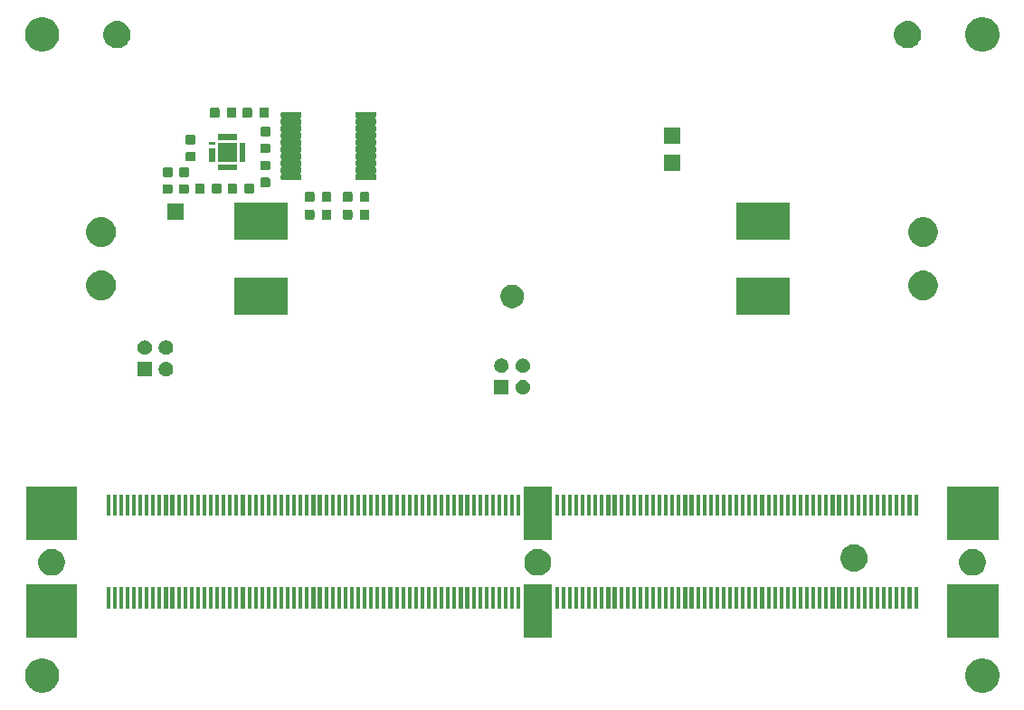
<source format=gbr>
G04 #@! TF.GenerationSoftware,KiCad,Pcbnew,5.1.5+dfsg1-2build2*
G04 #@! TF.CreationDate,2021-08-16T15:22:43+02:00*
G04 #@! TF.ProjectId,ModulAdapterMagnet,4d6f6475-6c41-4646-9170-7465724d6167,rev?*
G04 #@! TF.SameCoordinates,Original*
G04 #@! TF.FileFunction,Soldermask,Top*
G04 #@! TF.FilePolarity,Negative*
%FSLAX46Y46*%
G04 Gerber Fmt 4.6, Leading zero omitted, Abs format (unit mm)*
G04 Created by KiCad (PCBNEW 5.1.5+dfsg1-2build2) date 2021-08-16 15:22:43*
%MOMM*%
%LPD*%
G04 APERTURE LIST*
%ADD10C,0.100000*%
G04 APERTURE END LIST*
D10*
G36*
X144466703Y-132461486D02*
G01*
X144757883Y-132582097D01*
X145019940Y-132757198D01*
X145242802Y-132980060D01*
X145417903Y-133242117D01*
X145538514Y-133533297D01*
X145600000Y-133842412D01*
X145600000Y-134157588D01*
X145538514Y-134466703D01*
X145417903Y-134757883D01*
X145242802Y-135019940D01*
X145019940Y-135242802D01*
X144757883Y-135417903D01*
X144466703Y-135538514D01*
X144157588Y-135600000D01*
X143842412Y-135600000D01*
X143533297Y-135538514D01*
X143242117Y-135417903D01*
X142980060Y-135242802D01*
X142757198Y-135019940D01*
X142582097Y-134757883D01*
X142461486Y-134466703D01*
X142400000Y-134157588D01*
X142400000Y-133842412D01*
X142461486Y-133533297D01*
X142582097Y-133242117D01*
X142757198Y-132980060D01*
X142980060Y-132757198D01*
X143242117Y-132582097D01*
X143533297Y-132461486D01*
X143842412Y-132400000D01*
X144157588Y-132400000D01*
X144466703Y-132461486D01*
G37*
G36*
X56466703Y-132461486D02*
G01*
X56757883Y-132582097D01*
X57019940Y-132757198D01*
X57242802Y-132980060D01*
X57417903Y-133242117D01*
X57538514Y-133533297D01*
X57600000Y-133842412D01*
X57600000Y-134157588D01*
X57538514Y-134466703D01*
X57417903Y-134757883D01*
X57242802Y-135019940D01*
X57019940Y-135242802D01*
X56757883Y-135417903D01*
X56466703Y-135538514D01*
X56157588Y-135600000D01*
X55842412Y-135600000D01*
X55533297Y-135538514D01*
X55242117Y-135417903D01*
X54980060Y-135242802D01*
X54757198Y-135019940D01*
X54582097Y-134757883D01*
X54461486Y-134466703D01*
X54400000Y-134157588D01*
X54400000Y-133842412D01*
X54461486Y-133533297D01*
X54582097Y-133242117D01*
X54757198Y-132980060D01*
X54980060Y-132757198D01*
X55242117Y-132582097D01*
X55533297Y-132461486D01*
X55842412Y-132400000D01*
X56157588Y-132400000D01*
X56466703Y-132461486D01*
G37*
G36*
X145500000Y-130490000D02*
G01*
X140700000Y-130490000D01*
X140700000Y-125490000D01*
X145500000Y-125490000D01*
X145500000Y-130490000D01*
G37*
G36*
X103700000Y-130490000D02*
G01*
X101100000Y-130490000D01*
X101100000Y-125490000D01*
X103700000Y-125490000D01*
X103700000Y-130490000D01*
G37*
G36*
X59300000Y-130490000D02*
G01*
X54500000Y-130490000D01*
X54500000Y-125490000D01*
X59300000Y-125490000D01*
X59300000Y-130490000D01*
G37*
G36*
X124175000Y-127750000D02*
G01*
X123825000Y-127750000D01*
X123825000Y-125750000D01*
X124175000Y-125750000D01*
X124175000Y-127750000D01*
G37*
G36*
X106175000Y-127750000D02*
G01*
X105825000Y-127750000D01*
X105825000Y-125750000D01*
X106175000Y-125750000D01*
X106175000Y-127750000D01*
G37*
G36*
X113975000Y-127750000D02*
G01*
X113625000Y-127750000D01*
X113625000Y-125750000D01*
X113975000Y-125750000D01*
X113975000Y-127750000D01*
G37*
G36*
X113375000Y-127750000D02*
G01*
X113025000Y-127750000D01*
X113025000Y-125750000D01*
X113375000Y-125750000D01*
X113375000Y-127750000D01*
G37*
G36*
X112775000Y-127750000D02*
G01*
X112425000Y-127750000D01*
X112425000Y-125750000D01*
X112775000Y-125750000D01*
X112775000Y-127750000D01*
G37*
G36*
X112175000Y-127750000D02*
G01*
X111825000Y-127750000D01*
X111825000Y-125750000D01*
X112175000Y-125750000D01*
X112175000Y-127750000D01*
G37*
G36*
X111575000Y-127750000D02*
G01*
X111225000Y-127750000D01*
X111225000Y-125750000D01*
X111575000Y-125750000D01*
X111575000Y-127750000D01*
G37*
G36*
X110975000Y-127750000D02*
G01*
X110625000Y-127750000D01*
X110625000Y-125750000D01*
X110975000Y-125750000D01*
X110975000Y-127750000D01*
G37*
G36*
X110375000Y-127750000D02*
G01*
X110025000Y-127750000D01*
X110025000Y-125750000D01*
X110375000Y-125750000D01*
X110375000Y-127750000D01*
G37*
G36*
X109775000Y-127750000D02*
G01*
X109425000Y-127750000D01*
X109425000Y-125750000D01*
X109775000Y-125750000D01*
X109775000Y-127750000D01*
G37*
G36*
X109175000Y-127750000D02*
G01*
X108825000Y-127750000D01*
X108825000Y-125750000D01*
X109175000Y-125750000D01*
X109175000Y-127750000D01*
G37*
G36*
X108575000Y-127750000D02*
G01*
X108225000Y-127750000D01*
X108225000Y-125750000D01*
X108575000Y-125750000D01*
X108575000Y-127750000D01*
G37*
G36*
X107975000Y-127750000D02*
G01*
X107625000Y-127750000D01*
X107625000Y-125750000D01*
X107975000Y-125750000D01*
X107975000Y-127750000D01*
G37*
G36*
X107375000Y-127750000D02*
G01*
X107025000Y-127750000D01*
X107025000Y-125750000D01*
X107375000Y-125750000D01*
X107375000Y-127750000D01*
G37*
G36*
X106775000Y-127750000D02*
G01*
X106425000Y-127750000D01*
X106425000Y-125750000D01*
X106775000Y-125750000D01*
X106775000Y-127750000D01*
G37*
G36*
X123575000Y-127750000D02*
G01*
X123225000Y-127750000D01*
X123225000Y-125750000D01*
X123575000Y-125750000D01*
X123575000Y-127750000D01*
G37*
G36*
X115175000Y-127750000D02*
G01*
X114825000Y-127750000D01*
X114825000Y-125750000D01*
X115175000Y-125750000D01*
X115175000Y-127750000D01*
G37*
G36*
X115775000Y-127750000D02*
G01*
X115425000Y-127750000D01*
X115425000Y-125750000D01*
X115775000Y-125750000D01*
X115775000Y-127750000D01*
G37*
G36*
X116375000Y-127750000D02*
G01*
X116025000Y-127750000D01*
X116025000Y-125750000D01*
X116375000Y-125750000D01*
X116375000Y-127750000D01*
G37*
G36*
X116975000Y-127750000D02*
G01*
X116625000Y-127750000D01*
X116625000Y-125750000D01*
X116975000Y-125750000D01*
X116975000Y-127750000D01*
G37*
G36*
X117575000Y-127750000D02*
G01*
X117225000Y-127750000D01*
X117225000Y-125750000D01*
X117575000Y-125750000D01*
X117575000Y-127750000D01*
G37*
G36*
X118175000Y-127750000D02*
G01*
X117825000Y-127750000D01*
X117825000Y-125750000D01*
X118175000Y-125750000D01*
X118175000Y-127750000D01*
G37*
G36*
X118775000Y-127750000D02*
G01*
X118425000Y-127750000D01*
X118425000Y-125750000D01*
X118775000Y-125750000D01*
X118775000Y-127750000D01*
G37*
G36*
X119375000Y-127750000D02*
G01*
X119025000Y-127750000D01*
X119025000Y-125750000D01*
X119375000Y-125750000D01*
X119375000Y-127750000D01*
G37*
G36*
X119975000Y-127750000D02*
G01*
X119625000Y-127750000D01*
X119625000Y-125750000D01*
X119975000Y-125750000D01*
X119975000Y-127750000D01*
G37*
G36*
X120575000Y-127750000D02*
G01*
X120225000Y-127750000D01*
X120225000Y-125750000D01*
X120575000Y-125750000D01*
X120575000Y-127750000D01*
G37*
G36*
X121175000Y-127750000D02*
G01*
X120825000Y-127750000D01*
X120825000Y-125750000D01*
X121175000Y-125750000D01*
X121175000Y-127750000D01*
G37*
G36*
X121775000Y-127750000D02*
G01*
X121425000Y-127750000D01*
X121425000Y-125750000D01*
X121775000Y-125750000D01*
X121775000Y-127750000D01*
G37*
G36*
X122375000Y-127750000D02*
G01*
X122025000Y-127750000D01*
X122025000Y-125750000D01*
X122375000Y-125750000D01*
X122375000Y-127750000D01*
G37*
G36*
X122975000Y-127750000D02*
G01*
X122625000Y-127750000D01*
X122625000Y-125750000D01*
X122975000Y-125750000D01*
X122975000Y-127750000D01*
G37*
G36*
X98375000Y-127750000D02*
G01*
X98025000Y-127750000D01*
X98025000Y-125750000D01*
X98375000Y-125750000D01*
X98375000Y-127750000D01*
G37*
G36*
X97175000Y-127750000D02*
G01*
X96825000Y-127750000D01*
X96825000Y-125750000D01*
X97175000Y-125750000D01*
X97175000Y-127750000D01*
G37*
G36*
X124775000Y-127750000D02*
G01*
X124425000Y-127750000D01*
X124425000Y-125750000D01*
X124775000Y-125750000D01*
X124775000Y-127750000D01*
G37*
G36*
X125375000Y-127750000D02*
G01*
X125025000Y-127750000D01*
X125025000Y-125750000D01*
X125375000Y-125750000D01*
X125375000Y-127750000D01*
G37*
G36*
X125975000Y-127750000D02*
G01*
X125625000Y-127750000D01*
X125625000Y-125750000D01*
X125975000Y-125750000D01*
X125975000Y-127750000D01*
G37*
G36*
X126575000Y-127750000D02*
G01*
X126225000Y-127750000D01*
X126225000Y-125750000D01*
X126575000Y-125750000D01*
X126575000Y-127750000D01*
G37*
G36*
X127175000Y-127750000D02*
G01*
X126825000Y-127750000D01*
X126825000Y-125750000D01*
X127175000Y-125750000D01*
X127175000Y-127750000D01*
G37*
G36*
X127775000Y-127750000D02*
G01*
X127425000Y-127750000D01*
X127425000Y-125750000D01*
X127775000Y-125750000D01*
X127775000Y-127750000D01*
G37*
G36*
X128375000Y-127750000D02*
G01*
X128025000Y-127750000D01*
X128025000Y-125750000D01*
X128375000Y-125750000D01*
X128375000Y-127750000D01*
G37*
G36*
X128975000Y-127750000D02*
G01*
X128625000Y-127750000D01*
X128625000Y-125750000D01*
X128975000Y-125750000D01*
X128975000Y-127750000D01*
G37*
G36*
X129575000Y-127750000D02*
G01*
X129225000Y-127750000D01*
X129225000Y-125750000D01*
X129575000Y-125750000D01*
X129575000Y-127750000D01*
G37*
G36*
X130175000Y-127750000D02*
G01*
X129825000Y-127750000D01*
X129825000Y-125750000D01*
X130175000Y-125750000D01*
X130175000Y-127750000D01*
G37*
G36*
X130775000Y-127750000D02*
G01*
X130425000Y-127750000D01*
X130425000Y-125750000D01*
X130775000Y-125750000D01*
X130775000Y-127750000D01*
G37*
G36*
X131375000Y-127750000D02*
G01*
X131025000Y-127750000D01*
X131025000Y-125750000D01*
X131375000Y-125750000D01*
X131375000Y-127750000D01*
G37*
G36*
X131975000Y-127750000D02*
G01*
X131625000Y-127750000D01*
X131625000Y-125750000D01*
X131975000Y-125750000D01*
X131975000Y-127750000D01*
G37*
G36*
X132575000Y-127750000D02*
G01*
X132225000Y-127750000D01*
X132225000Y-125750000D01*
X132575000Y-125750000D01*
X132575000Y-127750000D01*
G37*
G36*
X133175000Y-127750000D02*
G01*
X132825000Y-127750000D01*
X132825000Y-125750000D01*
X133175000Y-125750000D01*
X133175000Y-127750000D01*
G37*
G36*
X133775000Y-127750000D02*
G01*
X133425000Y-127750000D01*
X133425000Y-125750000D01*
X133775000Y-125750000D01*
X133775000Y-127750000D01*
G37*
G36*
X134375000Y-127750000D02*
G01*
X134025000Y-127750000D01*
X134025000Y-125750000D01*
X134375000Y-125750000D01*
X134375000Y-127750000D01*
G37*
G36*
X134975000Y-127750000D02*
G01*
X134625000Y-127750000D01*
X134625000Y-125750000D01*
X134975000Y-125750000D01*
X134975000Y-127750000D01*
G37*
G36*
X135575000Y-127750000D02*
G01*
X135225000Y-127750000D01*
X135225000Y-125750000D01*
X135575000Y-125750000D01*
X135575000Y-127750000D01*
G37*
G36*
X136175000Y-127750000D02*
G01*
X135825000Y-127750000D01*
X135825000Y-125750000D01*
X136175000Y-125750000D01*
X136175000Y-127750000D01*
G37*
G36*
X136775000Y-127750000D02*
G01*
X136425000Y-127750000D01*
X136425000Y-125750000D01*
X136775000Y-125750000D01*
X136775000Y-127750000D01*
G37*
G36*
X137375000Y-127750000D02*
G01*
X137025000Y-127750000D01*
X137025000Y-125750000D01*
X137375000Y-125750000D01*
X137375000Y-127750000D01*
G37*
G36*
X137975000Y-127750000D02*
G01*
X137625000Y-127750000D01*
X137625000Y-125750000D01*
X137975000Y-125750000D01*
X137975000Y-127750000D01*
G37*
G36*
X104975000Y-127750000D02*
G01*
X104625000Y-127750000D01*
X104625000Y-125750000D01*
X104975000Y-125750000D01*
X104975000Y-127750000D01*
G37*
G36*
X104375000Y-127750000D02*
G01*
X104025000Y-127750000D01*
X104025000Y-125750000D01*
X104375000Y-125750000D01*
X104375000Y-127750000D01*
G37*
G36*
X100775000Y-127750000D02*
G01*
X100425000Y-127750000D01*
X100425000Y-125750000D01*
X100775000Y-125750000D01*
X100775000Y-127750000D01*
G37*
G36*
X100175000Y-127750000D02*
G01*
X99825000Y-127750000D01*
X99825000Y-125750000D01*
X100175000Y-125750000D01*
X100175000Y-127750000D01*
G37*
G36*
X99575000Y-127750000D02*
G01*
X99225000Y-127750000D01*
X99225000Y-125750000D01*
X99575000Y-125750000D01*
X99575000Y-127750000D01*
G37*
G36*
X98975000Y-127750000D02*
G01*
X98625000Y-127750000D01*
X98625000Y-125750000D01*
X98975000Y-125750000D01*
X98975000Y-127750000D01*
G37*
G36*
X80375000Y-127750000D02*
G01*
X80025000Y-127750000D01*
X80025000Y-125750000D01*
X80375000Y-125750000D01*
X80375000Y-127750000D01*
G37*
G36*
X83375000Y-127750000D02*
G01*
X83025000Y-127750000D01*
X83025000Y-125750000D01*
X83375000Y-125750000D01*
X83375000Y-127750000D01*
G37*
G36*
X96575000Y-127750000D02*
G01*
X96225000Y-127750000D01*
X96225000Y-125750000D01*
X96575000Y-125750000D01*
X96575000Y-127750000D01*
G37*
G36*
X95975000Y-127750000D02*
G01*
X95625000Y-127750000D01*
X95625000Y-125750000D01*
X95975000Y-125750000D01*
X95975000Y-127750000D01*
G37*
G36*
X95375000Y-127750000D02*
G01*
X95025000Y-127750000D01*
X95025000Y-125750000D01*
X95375000Y-125750000D01*
X95375000Y-127750000D01*
G37*
G36*
X94775000Y-127750000D02*
G01*
X94425000Y-127750000D01*
X94425000Y-125750000D01*
X94775000Y-125750000D01*
X94775000Y-127750000D01*
G37*
G36*
X94175000Y-127750000D02*
G01*
X93825000Y-127750000D01*
X93825000Y-125750000D01*
X94175000Y-125750000D01*
X94175000Y-127750000D01*
G37*
G36*
X93575000Y-127750000D02*
G01*
X93225000Y-127750000D01*
X93225000Y-125750000D01*
X93575000Y-125750000D01*
X93575000Y-127750000D01*
G37*
G36*
X92975000Y-127750000D02*
G01*
X92625000Y-127750000D01*
X92625000Y-125750000D01*
X92975000Y-125750000D01*
X92975000Y-127750000D01*
G37*
G36*
X92375000Y-127750000D02*
G01*
X92025000Y-127750000D01*
X92025000Y-125750000D01*
X92375000Y-125750000D01*
X92375000Y-127750000D01*
G37*
G36*
X91775000Y-127750000D02*
G01*
X91425000Y-127750000D01*
X91425000Y-125750000D01*
X91775000Y-125750000D01*
X91775000Y-127750000D01*
G37*
G36*
X91175000Y-127750000D02*
G01*
X90825000Y-127750000D01*
X90825000Y-125750000D01*
X91175000Y-125750000D01*
X91175000Y-127750000D01*
G37*
G36*
X79175000Y-127750000D02*
G01*
X78825000Y-127750000D01*
X78825000Y-125750000D01*
X79175000Y-125750000D01*
X79175000Y-127750000D01*
G37*
G36*
X90575000Y-127750000D02*
G01*
X90225000Y-127750000D01*
X90225000Y-125750000D01*
X90575000Y-125750000D01*
X90575000Y-127750000D01*
G37*
G36*
X89375000Y-127750000D02*
G01*
X89025000Y-127750000D01*
X89025000Y-125750000D01*
X89375000Y-125750000D01*
X89375000Y-127750000D01*
G37*
G36*
X88775000Y-127750000D02*
G01*
X88425000Y-127750000D01*
X88425000Y-125750000D01*
X88775000Y-125750000D01*
X88775000Y-127750000D01*
G37*
G36*
X70775000Y-127750000D02*
G01*
X70425000Y-127750000D01*
X70425000Y-125750000D01*
X70775000Y-125750000D01*
X70775000Y-127750000D01*
G37*
G36*
X80975000Y-127750000D02*
G01*
X80625000Y-127750000D01*
X80625000Y-125750000D01*
X80975000Y-125750000D01*
X80975000Y-127750000D01*
G37*
G36*
X81575000Y-127750000D02*
G01*
X81225000Y-127750000D01*
X81225000Y-125750000D01*
X81575000Y-125750000D01*
X81575000Y-127750000D01*
G37*
G36*
X82175000Y-127750000D02*
G01*
X81825000Y-127750000D01*
X81825000Y-125750000D01*
X82175000Y-125750000D01*
X82175000Y-127750000D01*
G37*
G36*
X82775000Y-127750000D02*
G01*
X82425000Y-127750000D01*
X82425000Y-125750000D01*
X82775000Y-125750000D01*
X82775000Y-127750000D01*
G37*
G36*
X89975000Y-127750000D02*
G01*
X89625000Y-127750000D01*
X89625000Y-125750000D01*
X89975000Y-125750000D01*
X89975000Y-127750000D01*
G37*
G36*
X83975000Y-127750000D02*
G01*
X83625000Y-127750000D01*
X83625000Y-125750000D01*
X83975000Y-125750000D01*
X83975000Y-127750000D01*
G37*
G36*
X84575000Y-127750000D02*
G01*
X84225000Y-127750000D01*
X84225000Y-125750000D01*
X84575000Y-125750000D01*
X84575000Y-127750000D01*
G37*
G36*
X85175000Y-127750000D02*
G01*
X84825000Y-127750000D01*
X84825000Y-125750000D01*
X85175000Y-125750000D01*
X85175000Y-127750000D01*
G37*
G36*
X85775000Y-127750000D02*
G01*
X85425000Y-127750000D01*
X85425000Y-125750000D01*
X85775000Y-125750000D01*
X85775000Y-127750000D01*
G37*
G36*
X86375000Y-127750000D02*
G01*
X86025000Y-127750000D01*
X86025000Y-125750000D01*
X86375000Y-125750000D01*
X86375000Y-127750000D01*
G37*
G36*
X86975000Y-127750000D02*
G01*
X86625000Y-127750000D01*
X86625000Y-125750000D01*
X86975000Y-125750000D01*
X86975000Y-127750000D01*
G37*
G36*
X87575000Y-127750000D02*
G01*
X87225000Y-127750000D01*
X87225000Y-125750000D01*
X87575000Y-125750000D01*
X87575000Y-127750000D01*
G37*
G36*
X88175000Y-127750000D02*
G01*
X87825000Y-127750000D01*
X87825000Y-125750000D01*
X88175000Y-125750000D01*
X88175000Y-127750000D01*
G37*
G36*
X114575000Y-127750000D02*
G01*
X114225000Y-127750000D01*
X114225000Y-125750000D01*
X114575000Y-125750000D01*
X114575000Y-127750000D01*
G37*
G36*
X71375000Y-127750000D02*
G01*
X71025000Y-127750000D01*
X71025000Y-125750000D01*
X71375000Y-125750000D01*
X71375000Y-127750000D01*
G37*
G36*
X97775000Y-127750000D02*
G01*
X97425000Y-127750000D01*
X97425000Y-125750000D01*
X97775000Y-125750000D01*
X97775000Y-127750000D01*
G37*
G36*
X78575000Y-127750000D02*
G01*
X78225000Y-127750000D01*
X78225000Y-125750000D01*
X78575000Y-125750000D01*
X78575000Y-127750000D01*
G37*
G36*
X77975000Y-127750000D02*
G01*
X77625000Y-127750000D01*
X77625000Y-125750000D01*
X77975000Y-125750000D01*
X77975000Y-127750000D01*
G37*
G36*
X77375000Y-127750000D02*
G01*
X77025000Y-127750000D01*
X77025000Y-125750000D01*
X77375000Y-125750000D01*
X77375000Y-127750000D01*
G37*
G36*
X76775000Y-127750000D02*
G01*
X76425000Y-127750000D01*
X76425000Y-125750000D01*
X76775000Y-125750000D01*
X76775000Y-127750000D01*
G37*
G36*
X76175000Y-127750000D02*
G01*
X75825000Y-127750000D01*
X75825000Y-125750000D01*
X76175000Y-125750000D01*
X76175000Y-127750000D01*
G37*
G36*
X75575000Y-127750000D02*
G01*
X75225000Y-127750000D01*
X75225000Y-125750000D01*
X75575000Y-125750000D01*
X75575000Y-127750000D01*
G37*
G36*
X74975000Y-127750000D02*
G01*
X74625000Y-127750000D01*
X74625000Y-125750000D01*
X74975000Y-125750000D01*
X74975000Y-127750000D01*
G37*
G36*
X74375000Y-127750000D02*
G01*
X74025000Y-127750000D01*
X74025000Y-125750000D01*
X74375000Y-125750000D01*
X74375000Y-127750000D01*
G37*
G36*
X73775000Y-127750000D02*
G01*
X73425000Y-127750000D01*
X73425000Y-125750000D01*
X73775000Y-125750000D01*
X73775000Y-127750000D01*
G37*
G36*
X73175000Y-127750000D02*
G01*
X72825000Y-127750000D01*
X72825000Y-125750000D01*
X73175000Y-125750000D01*
X73175000Y-127750000D01*
G37*
G36*
X72575000Y-127750000D02*
G01*
X72225000Y-127750000D01*
X72225000Y-125750000D01*
X72575000Y-125750000D01*
X72575000Y-127750000D01*
G37*
G36*
X71975000Y-127750000D02*
G01*
X71625000Y-127750000D01*
X71625000Y-125750000D01*
X71975000Y-125750000D01*
X71975000Y-127750000D01*
G37*
G36*
X105575000Y-127750000D02*
G01*
X105225000Y-127750000D01*
X105225000Y-125750000D01*
X105575000Y-125750000D01*
X105575000Y-127750000D01*
G37*
G36*
X79775000Y-127750000D02*
G01*
X79425000Y-127750000D01*
X79425000Y-125750000D01*
X79775000Y-125750000D01*
X79775000Y-127750000D01*
G37*
G36*
X69575000Y-127750000D02*
G01*
X69225000Y-127750000D01*
X69225000Y-125750000D01*
X69575000Y-125750000D01*
X69575000Y-127750000D01*
G37*
G36*
X62975000Y-127750000D02*
G01*
X62625000Y-127750000D01*
X62625000Y-125750000D01*
X62975000Y-125750000D01*
X62975000Y-127750000D01*
G37*
G36*
X62375000Y-127750000D02*
G01*
X62025000Y-127750000D01*
X62025000Y-125750000D01*
X62375000Y-125750000D01*
X62375000Y-127750000D01*
G37*
G36*
X63575000Y-127750000D02*
G01*
X63225000Y-127750000D01*
X63225000Y-125750000D01*
X63575000Y-125750000D01*
X63575000Y-127750000D01*
G37*
G36*
X64175000Y-127750000D02*
G01*
X63825000Y-127750000D01*
X63825000Y-125750000D01*
X64175000Y-125750000D01*
X64175000Y-127750000D01*
G37*
G36*
X64775000Y-127750000D02*
G01*
X64425000Y-127750000D01*
X64425000Y-125750000D01*
X64775000Y-125750000D01*
X64775000Y-127750000D01*
G37*
G36*
X65375000Y-127750000D02*
G01*
X65025000Y-127750000D01*
X65025000Y-125750000D01*
X65375000Y-125750000D01*
X65375000Y-127750000D01*
G37*
G36*
X65975000Y-127750000D02*
G01*
X65625000Y-127750000D01*
X65625000Y-125750000D01*
X65975000Y-125750000D01*
X65975000Y-127750000D01*
G37*
G36*
X66575000Y-127750000D02*
G01*
X66225000Y-127750000D01*
X66225000Y-125750000D01*
X66575000Y-125750000D01*
X66575000Y-127750000D01*
G37*
G36*
X67175000Y-127750000D02*
G01*
X66825000Y-127750000D01*
X66825000Y-125750000D01*
X67175000Y-125750000D01*
X67175000Y-127750000D01*
G37*
G36*
X67775000Y-127750000D02*
G01*
X67425000Y-127750000D01*
X67425000Y-125750000D01*
X67775000Y-125750000D01*
X67775000Y-127750000D01*
G37*
G36*
X68375000Y-127750000D02*
G01*
X68025000Y-127750000D01*
X68025000Y-125750000D01*
X68375000Y-125750000D01*
X68375000Y-127750000D01*
G37*
G36*
X68975000Y-127750000D02*
G01*
X68625000Y-127750000D01*
X68625000Y-125750000D01*
X68975000Y-125750000D01*
X68975000Y-127750000D01*
G37*
G36*
X70175000Y-127750000D02*
G01*
X69825000Y-127750000D01*
X69825000Y-125750000D01*
X70175000Y-125750000D01*
X70175000Y-127750000D01*
G37*
G36*
X57264610Y-122198036D02*
G01*
X57492095Y-122292264D01*
X57492097Y-122292265D01*
X57696828Y-122429062D01*
X57870938Y-122603172D01*
X58007736Y-122807905D01*
X58101964Y-123035390D01*
X58150000Y-123276884D01*
X58150000Y-123523116D01*
X58101964Y-123764610D01*
X58010065Y-123986473D01*
X58007735Y-123992097D01*
X57870938Y-124196828D01*
X57696828Y-124370938D01*
X57492097Y-124507735D01*
X57492096Y-124507736D01*
X57492095Y-124507736D01*
X57264610Y-124601964D01*
X57023116Y-124650000D01*
X56776884Y-124650000D01*
X56535390Y-124601964D01*
X56307905Y-124507736D01*
X56307904Y-124507736D01*
X56307903Y-124507735D01*
X56103172Y-124370938D01*
X55929062Y-124196828D01*
X55792265Y-123992097D01*
X55789935Y-123986473D01*
X55698036Y-123764610D01*
X55650000Y-123523116D01*
X55650000Y-123276884D01*
X55698036Y-123035390D01*
X55792264Y-122807905D01*
X55929062Y-122603172D01*
X56103172Y-122429062D01*
X56307903Y-122292265D01*
X56307905Y-122292264D01*
X56535390Y-122198036D01*
X56776884Y-122150000D01*
X57023116Y-122150000D01*
X57264610Y-122198036D01*
G37*
G36*
X143464610Y-122198036D02*
G01*
X143692095Y-122292264D01*
X143692097Y-122292265D01*
X143896828Y-122429062D01*
X144070938Y-122603172D01*
X144207736Y-122807905D01*
X144301964Y-123035390D01*
X144350000Y-123276884D01*
X144350000Y-123523116D01*
X144301964Y-123764610D01*
X144210065Y-123986473D01*
X144207735Y-123992097D01*
X144070938Y-124196828D01*
X143896828Y-124370938D01*
X143692097Y-124507735D01*
X143692096Y-124507736D01*
X143692095Y-124507736D01*
X143464610Y-124601964D01*
X143223116Y-124650000D01*
X142976884Y-124650000D01*
X142735390Y-124601964D01*
X142507905Y-124507736D01*
X142507904Y-124507736D01*
X142507903Y-124507735D01*
X142303172Y-124370938D01*
X142129062Y-124196828D01*
X141992265Y-123992097D01*
X141989935Y-123986473D01*
X141898036Y-123764610D01*
X141850000Y-123523116D01*
X141850000Y-123276884D01*
X141898036Y-123035390D01*
X141992264Y-122807905D01*
X142129062Y-122603172D01*
X142303172Y-122429062D01*
X142507903Y-122292265D01*
X142507905Y-122292264D01*
X142735390Y-122198036D01*
X142976884Y-122150000D01*
X143223116Y-122150000D01*
X143464610Y-122198036D01*
G37*
G36*
X102764610Y-122198036D02*
G01*
X102992095Y-122292264D01*
X102992097Y-122292265D01*
X103196828Y-122429062D01*
X103370938Y-122603172D01*
X103507736Y-122807905D01*
X103601964Y-123035390D01*
X103650000Y-123276884D01*
X103650000Y-123523116D01*
X103601964Y-123764610D01*
X103510065Y-123986473D01*
X103507735Y-123992097D01*
X103370938Y-124196828D01*
X103196828Y-124370938D01*
X102992097Y-124507735D01*
X102992096Y-124507736D01*
X102992095Y-124507736D01*
X102764610Y-124601964D01*
X102523116Y-124650000D01*
X102276884Y-124650000D01*
X102035390Y-124601964D01*
X101807905Y-124507736D01*
X101807904Y-124507736D01*
X101807903Y-124507735D01*
X101603172Y-124370938D01*
X101429062Y-124196828D01*
X101292265Y-123992097D01*
X101289935Y-123986473D01*
X101198036Y-123764610D01*
X101150000Y-123523116D01*
X101150000Y-123276884D01*
X101198036Y-123035390D01*
X101292264Y-122807905D01*
X101429062Y-122603172D01*
X101603172Y-122429062D01*
X101807903Y-122292265D01*
X101807905Y-122292264D01*
X102035390Y-122198036D01*
X102276884Y-122150000D01*
X102523116Y-122150000D01*
X102764610Y-122198036D01*
G37*
G36*
X132247765Y-121754403D02*
G01*
X132370445Y-121778805D01*
X132601571Y-121874541D01*
X132809578Y-122013527D01*
X132986473Y-122190422D01*
X133125459Y-122398429D01*
X133210267Y-122603172D01*
X133221195Y-122629556D01*
X133270000Y-122874915D01*
X133270000Y-123125085D01*
X133221195Y-123370444D01*
X133125460Y-123601569D01*
X132986474Y-123809577D01*
X132809577Y-123986474D01*
X132706279Y-124055495D01*
X132601571Y-124125459D01*
X132370445Y-124221195D01*
X132247764Y-124245598D01*
X132125085Y-124270000D01*
X131874915Y-124270000D01*
X131752236Y-124245598D01*
X131629555Y-124221195D01*
X131398429Y-124125459D01*
X131293721Y-124055495D01*
X131190423Y-123986474D01*
X131013526Y-123809577D01*
X130874540Y-123601569D01*
X130778805Y-123370444D01*
X130730000Y-123125085D01*
X130730000Y-122874915D01*
X130778805Y-122629556D01*
X130789734Y-122603172D01*
X130874541Y-122398429D01*
X131013527Y-122190422D01*
X131190422Y-122013527D01*
X131398429Y-121874541D01*
X131629555Y-121778805D01*
X131752235Y-121754403D01*
X131874915Y-121730000D01*
X132125085Y-121730000D01*
X132247765Y-121754403D01*
G37*
G36*
X59300000Y-121310000D02*
G01*
X54500000Y-121310000D01*
X54500000Y-116310000D01*
X59300000Y-116310000D01*
X59300000Y-121310000D01*
G37*
G36*
X145500000Y-121310000D02*
G01*
X140700000Y-121310000D01*
X140700000Y-116310000D01*
X145500000Y-116310000D01*
X145500000Y-121310000D01*
G37*
G36*
X103700000Y-121310000D02*
G01*
X101100000Y-121310000D01*
X101100000Y-116310000D01*
X103700000Y-116310000D01*
X103700000Y-121310000D01*
G37*
G36*
X125975000Y-119050000D02*
G01*
X125625000Y-119050000D01*
X125625000Y-117050000D01*
X125975000Y-117050000D01*
X125975000Y-119050000D01*
G37*
G36*
X133775000Y-119050000D02*
G01*
X133425000Y-119050000D01*
X133425000Y-117050000D01*
X133775000Y-117050000D01*
X133775000Y-119050000D01*
G37*
G36*
X116975000Y-119050000D02*
G01*
X116625000Y-119050000D01*
X116625000Y-117050000D01*
X116975000Y-117050000D01*
X116975000Y-119050000D01*
G37*
G36*
X127175000Y-119050000D02*
G01*
X126825000Y-119050000D01*
X126825000Y-117050000D01*
X127175000Y-117050000D01*
X127175000Y-119050000D01*
G37*
G36*
X127775000Y-119050000D02*
G01*
X127425000Y-119050000D01*
X127425000Y-117050000D01*
X127775000Y-117050000D01*
X127775000Y-119050000D01*
G37*
G36*
X128375000Y-119050000D02*
G01*
X128025000Y-119050000D01*
X128025000Y-117050000D01*
X128375000Y-117050000D01*
X128375000Y-119050000D01*
G37*
G36*
X128975000Y-119050000D02*
G01*
X128625000Y-119050000D01*
X128625000Y-117050000D01*
X128975000Y-117050000D01*
X128975000Y-119050000D01*
G37*
G36*
X129575000Y-119050000D02*
G01*
X129225000Y-119050000D01*
X129225000Y-117050000D01*
X129575000Y-117050000D01*
X129575000Y-119050000D01*
G37*
G36*
X130175000Y-119050000D02*
G01*
X129825000Y-119050000D01*
X129825000Y-117050000D01*
X130175000Y-117050000D01*
X130175000Y-119050000D01*
G37*
G36*
X130775000Y-119050000D02*
G01*
X130425000Y-119050000D01*
X130425000Y-117050000D01*
X130775000Y-117050000D01*
X130775000Y-119050000D01*
G37*
G36*
X131375000Y-119050000D02*
G01*
X131025000Y-119050000D01*
X131025000Y-117050000D01*
X131375000Y-117050000D01*
X131375000Y-119050000D01*
G37*
G36*
X131975000Y-119050000D02*
G01*
X131625000Y-119050000D01*
X131625000Y-117050000D01*
X131975000Y-117050000D01*
X131975000Y-119050000D01*
G37*
G36*
X132575000Y-119050000D02*
G01*
X132225000Y-119050000D01*
X132225000Y-117050000D01*
X132575000Y-117050000D01*
X132575000Y-119050000D01*
G37*
G36*
X133175000Y-119050000D02*
G01*
X132825000Y-119050000D01*
X132825000Y-117050000D01*
X133175000Y-117050000D01*
X133175000Y-119050000D01*
G37*
G36*
X89975000Y-119050000D02*
G01*
X89625000Y-119050000D01*
X89625000Y-117050000D01*
X89975000Y-117050000D01*
X89975000Y-119050000D01*
G37*
G36*
X125375000Y-119050000D02*
G01*
X125025000Y-119050000D01*
X125025000Y-117050000D01*
X125375000Y-117050000D01*
X125375000Y-119050000D01*
G37*
G36*
X124775000Y-119050000D02*
G01*
X124425000Y-119050000D01*
X124425000Y-117050000D01*
X124775000Y-117050000D01*
X124775000Y-119050000D01*
G37*
G36*
X124175000Y-119050000D02*
G01*
X123825000Y-119050000D01*
X123825000Y-117050000D01*
X124175000Y-117050000D01*
X124175000Y-119050000D01*
G37*
G36*
X123575000Y-119050000D02*
G01*
X123225000Y-119050000D01*
X123225000Y-117050000D01*
X123575000Y-117050000D01*
X123575000Y-119050000D01*
G37*
G36*
X122975000Y-119050000D02*
G01*
X122625000Y-119050000D01*
X122625000Y-117050000D01*
X122975000Y-117050000D01*
X122975000Y-119050000D01*
G37*
G36*
X122375000Y-119050000D02*
G01*
X122025000Y-119050000D01*
X122025000Y-117050000D01*
X122375000Y-117050000D01*
X122375000Y-119050000D01*
G37*
G36*
X121775000Y-119050000D02*
G01*
X121425000Y-119050000D01*
X121425000Y-117050000D01*
X121775000Y-117050000D01*
X121775000Y-119050000D01*
G37*
G36*
X121175000Y-119050000D02*
G01*
X120825000Y-119050000D01*
X120825000Y-117050000D01*
X121175000Y-117050000D01*
X121175000Y-119050000D01*
G37*
G36*
X120575000Y-119050000D02*
G01*
X120225000Y-119050000D01*
X120225000Y-117050000D01*
X120575000Y-117050000D01*
X120575000Y-119050000D01*
G37*
G36*
X119975000Y-119050000D02*
G01*
X119625000Y-119050000D01*
X119625000Y-117050000D01*
X119975000Y-117050000D01*
X119975000Y-119050000D01*
G37*
G36*
X119375000Y-119050000D02*
G01*
X119025000Y-119050000D01*
X119025000Y-117050000D01*
X119375000Y-117050000D01*
X119375000Y-119050000D01*
G37*
G36*
X118775000Y-119050000D02*
G01*
X118425000Y-119050000D01*
X118425000Y-117050000D01*
X118775000Y-117050000D01*
X118775000Y-119050000D01*
G37*
G36*
X118175000Y-119050000D02*
G01*
X117825000Y-119050000D01*
X117825000Y-117050000D01*
X118175000Y-117050000D01*
X118175000Y-119050000D01*
G37*
G36*
X117575000Y-119050000D02*
G01*
X117225000Y-119050000D01*
X117225000Y-117050000D01*
X117575000Y-117050000D01*
X117575000Y-119050000D01*
G37*
G36*
X126575000Y-119050000D02*
G01*
X126225000Y-119050000D01*
X126225000Y-117050000D01*
X126575000Y-117050000D01*
X126575000Y-119050000D01*
G37*
G36*
X62975000Y-119050000D02*
G01*
X62625000Y-119050000D01*
X62625000Y-117050000D01*
X62975000Y-117050000D01*
X62975000Y-119050000D01*
G37*
G36*
X136775000Y-119050000D02*
G01*
X136425000Y-119050000D01*
X136425000Y-117050000D01*
X136775000Y-117050000D01*
X136775000Y-119050000D01*
G37*
G36*
X137375000Y-119050000D02*
G01*
X137025000Y-119050000D01*
X137025000Y-117050000D01*
X137375000Y-117050000D01*
X137375000Y-119050000D01*
G37*
G36*
X137975000Y-119050000D02*
G01*
X137625000Y-119050000D01*
X137625000Y-117050000D01*
X137975000Y-117050000D01*
X137975000Y-119050000D01*
G37*
G36*
X116375000Y-119050000D02*
G01*
X116025000Y-119050000D01*
X116025000Y-117050000D01*
X116375000Y-117050000D01*
X116375000Y-119050000D01*
G37*
G36*
X115775000Y-119050000D02*
G01*
X115425000Y-119050000D01*
X115425000Y-117050000D01*
X115775000Y-117050000D01*
X115775000Y-119050000D01*
G37*
G36*
X115175000Y-119050000D02*
G01*
X114825000Y-119050000D01*
X114825000Y-117050000D01*
X115175000Y-117050000D01*
X115175000Y-119050000D01*
G37*
G36*
X114575000Y-119050000D02*
G01*
X114225000Y-119050000D01*
X114225000Y-117050000D01*
X114575000Y-117050000D01*
X114575000Y-119050000D01*
G37*
G36*
X113975000Y-119050000D02*
G01*
X113625000Y-119050000D01*
X113625000Y-117050000D01*
X113975000Y-117050000D01*
X113975000Y-119050000D01*
G37*
G36*
X113375000Y-119050000D02*
G01*
X113025000Y-119050000D01*
X113025000Y-117050000D01*
X113375000Y-117050000D01*
X113375000Y-119050000D01*
G37*
G36*
X112775000Y-119050000D02*
G01*
X112425000Y-119050000D01*
X112425000Y-117050000D01*
X112775000Y-117050000D01*
X112775000Y-119050000D01*
G37*
G36*
X112175000Y-119050000D02*
G01*
X111825000Y-119050000D01*
X111825000Y-117050000D01*
X112175000Y-117050000D01*
X112175000Y-119050000D01*
G37*
G36*
X111575000Y-119050000D02*
G01*
X111225000Y-119050000D01*
X111225000Y-117050000D01*
X111575000Y-117050000D01*
X111575000Y-119050000D01*
G37*
G36*
X110975000Y-119050000D02*
G01*
X110625000Y-119050000D01*
X110625000Y-117050000D01*
X110975000Y-117050000D01*
X110975000Y-119050000D01*
G37*
G36*
X70175000Y-119050000D02*
G01*
X69825000Y-119050000D01*
X69825000Y-117050000D01*
X70175000Y-117050000D01*
X70175000Y-119050000D01*
G37*
G36*
X62375000Y-119050000D02*
G01*
X62025000Y-119050000D01*
X62025000Y-117050000D01*
X62375000Y-117050000D01*
X62375000Y-119050000D01*
G37*
G36*
X134375000Y-119050000D02*
G01*
X134025000Y-119050000D01*
X134025000Y-117050000D01*
X134375000Y-117050000D01*
X134375000Y-119050000D01*
G37*
G36*
X63575000Y-119050000D02*
G01*
X63225000Y-119050000D01*
X63225000Y-117050000D01*
X63575000Y-117050000D01*
X63575000Y-119050000D01*
G37*
G36*
X64175000Y-119050000D02*
G01*
X63825000Y-119050000D01*
X63825000Y-117050000D01*
X64175000Y-117050000D01*
X64175000Y-119050000D01*
G37*
G36*
X64775000Y-119050000D02*
G01*
X64425000Y-119050000D01*
X64425000Y-117050000D01*
X64775000Y-117050000D01*
X64775000Y-119050000D01*
G37*
G36*
X65375000Y-119050000D02*
G01*
X65025000Y-119050000D01*
X65025000Y-117050000D01*
X65375000Y-117050000D01*
X65375000Y-119050000D01*
G37*
G36*
X65975000Y-119050000D02*
G01*
X65625000Y-119050000D01*
X65625000Y-117050000D01*
X65975000Y-117050000D01*
X65975000Y-119050000D01*
G37*
G36*
X66575000Y-119050000D02*
G01*
X66225000Y-119050000D01*
X66225000Y-117050000D01*
X66575000Y-117050000D01*
X66575000Y-119050000D01*
G37*
G36*
X67175000Y-119050000D02*
G01*
X66825000Y-119050000D01*
X66825000Y-117050000D01*
X67175000Y-117050000D01*
X67175000Y-119050000D01*
G37*
G36*
X75575000Y-119050000D02*
G01*
X75225000Y-119050000D01*
X75225000Y-117050000D01*
X75575000Y-117050000D01*
X75575000Y-119050000D01*
G37*
G36*
X67775000Y-119050000D02*
G01*
X67425000Y-119050000D01*
X67425000Y-117050000D01*
X67775000Y-117050000D01*
X67775000Y-119050000D01*
G37*
G36*
X68375000Y-119050000D02*
G01*
X68025000Y-119050000D01*
X68025000Y-117050000D01*
X68375000Y-117050000D01*
X68375000Y-119050000D01*
G37*
G36*
X68975000Y-119050000D02*
G01*
X68625000Y-119050000D01*
X68625000Y-117050000D01*
X68975000Y-117050000D01*
X68975000Y-119050000D01*
G37*
G36*
X69575000Y-119050000D02*
G01*
X69225000Y-119050000D01*
X69225000Y-117050000D01*
X69575000Y-117050000D01*
X69575000Y-119050000D01*
G37*
G36*
X135575000Y-119050000D02*
G01*
X135225000Y-119050000D01*
X135225000Y-117050000D01*
X135575000Y-117050000D01*
X135575000Y-119050000D01*
G37*
G36*
X134975000Y-119050000D02*
G01*
X134625000Y-119050000D01*
X134625000Y-117050000D01*
X134975000Y-117050000D01*
X134975000Y-119050000D01*
G37*
G36*
X88175000Y-119050000D02*
G01*
X87825000Y-119050000D01*
X87825000Y-117050000D01*
X88175000Y-117050000D01*
X88175000Y-119050000D01*
G37*
G36*
X71375000Y-119050000D02*
G01*
X71025000Y-119050000D01*
X71025000Y-117050000D01*
X71375000Y-117050000D01*
X71375000Y-119050000D01*
G37*
G36*
X71975000Y-119050000D02*
G01*
X71625000Y-119050000D01*
X71625000Y-117050000D01*
X71975000Y-117050000D01*
X71975000Y-119050000D01*
G37*
G36*
X72575000Y-119050000D02*
G01*
X72225000Y-119050000D01*
X72225000Y-117050000D01*
X72575000Y-117050000D01*
X72575000Y-119050000D01*
G37*
G36*
X73175000Y-119050000D02*
G01*
X72825000Y-119050000D01*
X72825000Y-117050000D01*
X73175000Y-117050000D01*
X73175000Y-119050000D01*
G37*
G36*
X73775000Y-119050000D02*
G01*
X73425000Y-119050000D01*
X73425000Y-117050000D01*
X73775000Y-117050000D01*
X73775000Y-119050000D01*
G37*
G36*
X74375000Y-119050000D02*
G01*
X74025000Y-119050000D01*
X74025000Y-117050000D01*
X74375000Y-117050000D01*
X74375000Y-119050000D01*
G37*
G36*
X74975000Y-119050000D02*
G01*
X74625000Y-119050000D01*
X74625000Y-117050000D01*
X74975000Y-117050000D01*
X74975000Y-119050000D01*
G37*
G36*
X76175000Y-119050000D02*
G01*
X75825000Y-119050000D01*
X75825000Y-117050000D01*
X76175000Y-117050000D01*
X76175000Y-119050000D01*
G37*
G36*
X76775000Y-119050000D02*
G01*
X76425000Y-119050000D01*
X76425000Y-117050000D01*
X76775000Y-117050000D01*
X76775000Y-119050000D01*
G37*
G36*
X77375000Y-119050000D02*
G01*
X77025000Y-119050000D01*
X77025000Y-117050000D01*
X77375000Y-117050000D01*
X77375000Y-119050000D01*
G37*
G36*
X77975000Y-119050000D02*
G01*
X77625000Y-119050000D01*
X77625000Y-117050000D01*
X77975000Y-117050000D01*
X77975000Y-119050000D01*
G37*
G36*
X78575000Y-119050000D02*
G01*
X78225000Y-119050000D01*
X78225000Y-117050000D01*
X78575000Y-117050000D01*
X78575000Y-119050000D01*
G37*
G36*
X79175000Y-119050000D02*
G01*
X78825000Y-119050000D01*
X78825000Y-117050000D01*
X79175000Y-117050000D01*
X79175000Y-119050000D01*
G37*
G36*
X79775000Y-119050000D02*
G01*
X79425000Y-119050000D01*
X79425000Y-117050000D01*
X79775000Y-117050000D01*
X79775000Y-119050000D01*
G37*
G36*
X70775000Y-119050000D02*
G01*
X70425000Y-119050000D01*
X70425000Y-117050000D01*
X70775000Y-117050000D01*
X70775000Y-119050000D01*
G37*
G36*
X91175000Y-119050000D02*
G01*
X90825000Y-119050000D01*
X90825000Y-117050000D01*
X91175000Y-117050000D01*
X91175000Y-119050000D01*
G37*
G36*
X87575000Y-119050000D02*
G01*
X87225000Y-119050000D01*
X87225000Y-117050000D01*
X87575000Y-117050000D01*
X87575000Y-119050000D01*
G37*
G36*
X86975000Y-119050000D02*
G01*
X86625000Y-119050000D01*
X86625000Y-117050000D01*
X86975000Y-117050000D01*
X86975000Y-119050000D01*
G37*
G36*
X86375000Y-119050000D02*
G01*
X86025000Y-119050000D01*
X86025000Y-117050000D01*
X86375000Y-117050000D01*
X86375000Y-119050000D01*
G37*
G36*
X85775000Y-119050000D02*
G01*
X85425000Y-119050000D01*
X85425000Y-117050000D01*
X85775000Y-117050000D01*
X85775000Y-119050000D01*
G37*
G36*
X85175000Y-119050000D02*
G01*
X84825000Y-119050000D01*
X84825000Y-117050000D01*
X85175000Y-117050000D01*
X85175000Y-119050000D01*
G37*
G36*
X84575000Y-119050000D02*
G01*
X84225000Y-119050000D01*
X84225000Y-117050000D01*
X84575000Y-117050000D01*
X84575000Y-119050000D01*
G37*
G36*
X83975000Y-119050000D02*
G01*
X83625000Y-119050000D01*
X83625000Y-117050000D01*
X83975000Y-117050000D01*
X83975000Y-119050000D01*
G37*
G36*
X83375000Y-119050000D02*
G01*
X83025000Y-119050000D01*
X83025000Y-117050000D01*
X83375000Y-117050000D01*
X83375000Y-119050000D01*
G37*
G36*
X82775000Y-119050000D02*
G01*
X82425000Y-119050000D01*
X82425000Y-117050000D01*
X82775000Y-117050000D01*
X82775000Y-119050000D01*
G37*
G36*
X82175000Y-119050000D02*
G01*
X81825000Y-119050000D01*
X81825000Y-117050000D01*
X82175000Y-117050000D01*
X82175000Y-119050000D01*
G37*
G36*
X81575000Y-119050000D02*
G01*
X81225000Y-119050000D01*
X81225000Y-117050000D01*
X81575000Y-117050000D01*
X81575000Y-119050000D01*
G37*
G36*
X80975000Y-119050000D02*
G01*
X80625000Y-119050000D01*
X80625000Y-117050000D01*
X80975000Y-117050000D01*
X80975000Y-119050000D01*
G37*
G36*
X88775000Y-119050000D02*
G01*
X88425000Y-119050000D01*
X88425000Y-117050000D01*
X88775000Y-117050000D01*
X88775000Y-119050000D01*
G37*
G36*
X80375000Y-119050000D02*
G01*
X80025000Y-119050000D01*
X80025000Y-117050000D01*
X80375000Y-117050000D01*
X80375000Y-119050000D01*
G37*
G36*
X95375000Y-119050000D02*
G01*
X95025000Y-119050000D01*
X95025000Y-117050000D01*
X95375000Y-117050000D01*
X95375000Y-119050000D01*
G37*
G36*
X110375000Y-119050000D02*
G01*
X110025000Y-119050000D01*
X110025000Y-117050000D01*
X110375000Y-117050000D01*
X110375000Y-119050000D01*
G37*
G36*
X90575000Y-119050000D02*
G01*
X90225000Y-119050000D01*
X90225000Y-117050000D01*
X90575000Y-117050000D01*
X90575000Y-119050000D01*
G37*
G36*
X91775000Y-119050000D02*
G01*
X91425000Y-119050000D01*
X91425000Y-117050000D01*
X91775000Y-117050000D01*
X91775000Y-119050000D01*
G37*
G36*
X92375000Y-119050000D02*
G01*
X92025000Y-119050000D01*
X92025000Y-117050000D01*
X92375000Y-117050000D01*
X92375000Y-119050000D01*
G37*
G36*
X92975000Y-119050000D02*
G01*
X92625000Y-119050000D01*
X92625000Y-117050000D01*
X92975000Y-117050000D01*
X92975000Y-119050000D01*
G37*
G36*
X93575000Y-119050000D02*
G01*
X93225000Y-119050000D01*
X93225000Y-117050000D01*
X93575000Y-117050000D01*
X93575000Y-119050000D01*
G37*
G36*
X94175000Y-119050000D02*
G01*
X93825000Y-119050000D01*
X93825000Y-117050000D01*
X94175000Y-117050000D01*
X94175000Y-119050000D01*
G37*
G36*
X94775000Y-119050000D02*
G01*
X94425000Y-119050000D01*
X94425000Y-117050000D01*
X94775000Y-117050000D01*
X94775000Y-119050000D01*
G37*
G36*
X95975000Y-119050000D02*
G01*
X95625000Y-119050000D01*
X95625000Y-117050000D01*
X95975000Y-117050000D01*
X95975000Y-119050000D01*
G37*
G36*
X96575000Y-119050000D02*
G01*
X96225000Y-119050000D01*
X96225000Y-117050000D01*
X96575000Y-117050000D01*
X96575000Y-119050000D01*
G37*
G36*
X97175000Y-119050000D02*
G01*
X96825000Y-119050000D01*
X96825000Y-117050000D01*
X97175000Y-117050000D01*
X97175000Y-119050000D01*
G37*
G36*
X97775000Y-119050000D02*
G01*
X97425000Y-119050000D01*
X97425000Y-117050000D01*
X97775000Y-117050000D01*
X97775000Y-119050000D01*
G37*
G36*
X89375000Y-119050000D02*
G01*
X89025000Y-119050000D01*
X89025000Y-117050000D01*
X89375000Y-117050000D01*
X89375000Y-119050000D01*
G37*
G36*
X98975000Y-119050000D02*
G01*
X98625000Y-119050000D01*
X98625000Y-117050000D01*
X98975000Y-117050000D01*
X98975000Y-119050000D01*
G37*
G36*
X136175000Y-119050000D02*
G01*
X135825000Y-119050000D01*
X135825000Y-117050000D01*
X136175000Y-117050000D01*
X136175000Y-119050000D01*
G37*
G36*
X98375000Y-119050000D02*
G01*
X98025000Y-119050000D01*
X98025000Y-117050000D01*
X98375000Y-117050000D01*
X98375000Y-119050000D01*
G37*
G36*
X99575000Y-119050000D02*
G01*
X99225000Y-119050000D01*
X99225000Y-117050000D01*
X99575000Y-117050000D01*
X99575000Y-119050000D01*
G37*
G36*
X109775000Y-119050000D02*
G01*
X109425000Y-119050000D01*
X109425000Y-117050000D01*
X109775000Y-117050000D01*
X109775000Y-119050000D01*
G37*
G36*
X109175000Y-119050000D02*
G01*
X108825000Y-119050000D01*
X108825000Y-117050000D01*
X109175000Y-117050000D01*
X109175000Y-119050000D01*
G37*
G36*
X108575000Y-119050000D02*
G01*
X108225000Y-119050000D01*
X108225000Y-117050000D01*
X108575000Y-117050000D01*
X108575000Y-119050000D01*
G37*
G36*
X107975000Y-119050000D02*
G01*
X107625000Y-119050000D01*
X107625000Y-117050000D01*
X107975000Y-117050000D01*
X107975000Y-119050000D01*
G37*
G36*
X107375000Y-119050000D02*
G01*
X107025000Y-119050000D01*
X107025000Y-117050000D01*
X107375000Y-117050000D01*
X107375000Y-119050000D01*
G37*
G36*
X100175000Y-119050000D02*
G01*
X99825000Y-119050000D01*
X99825000Y-117050000D01*
X100175000Y-117050000D01*
X100175000Y-119050000D01*
G37*
G36*
X106175000Y-119050000D02*
G01*
X105825000Y-119050000D01*
X105825000Y-117050000D01*
X106175000Y-117050000D01*
X106175000Y-119050000D01*
G37*
G36*
X105575000Y-119050000D02*
G01*
X105225000Y-119050000D01*
X105225000Y-117050000D01*
X105575000Y-117050000D01*
X105575000Y-119050000D01*
G37*
G36*
X104975000Y-119050000D02*
G01*
X104625000Y-119050000D01*
X104625000Y-117050000D01*
X104975000Y-117050000D01*
X104975000Y-119050000D01*
G37*
G36*
X104375000Y-119050000D02*
G01*
X104025000Y-119050000D01*
X104025000Y-117050000D01*
X104375000Y-117050000D01*
X104375000Y-119050000D01*
G37*
G36*
X100775000Y-119050000D02*
G01*
X100425000Y-119050000D01*
X100425000Y-117050000D01*
X100775000Y-117050000D01*
X100775000Y-119050000D01*
G37*
G36*
X106775000Y-119050000D02*
G01*
X106425000Y-119050000D01*
X106425000Y-117050000D01*
X106775000Y-117050000D01*
X106775000Y-119050000D01*
G37*
G36*
X101196889Y-106350939D02*
G01*
X101319731Y-106401822D01*
X101430287Y-106475693D01*
X101524307Y-106569713D01*
X101598178Y-106680269D01*
X101649061Y-106803111D01*
X101675000Y-106933517D01*
X101675000Y-107066483D01*
X101649061Y-107196889D01*
X101598178Y-107319731D01*
X101524307Y-107430287D01*
X101430287Y-107524307D01*
X101319731Y-107598178D01*
X101196889Y-107649061D01*
X101066483Y-107675000D01*
X100933517Y-107675000D01*
X100803111Y-107649061D01*
X100680269Y-107598178D01*
X100569713Y-107524307D01*
X100475693Y-107430287D01*
X100401822Y-107319731D01*
X100350939Y-107196889D01*
X100325000Y-107066483D01*
X100325000Y-106933517D01*
X100350939Y-106803111D01*
X100401822Y-106680269D01*
X100475693Y-106569713D01*
X100569713Y-106475693D01*
X100680269Y-106401822D01*
X100803111Y-106350939D01*
X100933517Y-106325000D01*
X101066483Y-106325000D01*
X101196889Y-106350939D01*
G37*
G36*
X99675000Y-107675000D02*
G01*
X98325000Y-107675000D01*
X98325000Y-106325000D01*
X99675000Y-106325000D01*
X99675000Y-107675000D01*
G37*
G36*
X67796889Y-104650939D02*
G01*
X67919731Y-104701822D01*
X68030287Y-104775693D01*
X68124307Y-104869713D01*
X68198178Y-104980269D01*
X68249061Y-105103111D01*
X68275000Y-105233517D01*
X68275000Y-105366483D01*
X68249061Y-105496889D01*
X68198178Y-105619731D01*
X68124307Y-105730287D01*
X68030287Y-105824307D01*
X67919731Y-105898178D01*
X67796889Y-105949061D01*
X67666483Y-105975000D01*
X67533517Y-105975000D01*
X67403111Y-105949061D01*
X67280269Y-105898178D01*
X67169713Y-105824307D01*
X67075693Y-105730287D01*
X67001822Y-105619731D01*
X66950939Y-105496889D01*
X66925000Y-105366483D01*
X66925000Y-105233517D01*
X66950939Y-105103111D01*
X67001822Y-104980269D01*
X67075693Y-104869713D01*
X67169713Y-104775693D01*
X67280269Y-104701822D01*
X67403111Y-104650939D01*
X67533517Y-104625000D01*
X67666483Y-104625000D01*
X67796889Y-104650939D01*
G37*
G36*
X66275000Y-105975000D02*
G01*
X64925000Y-105975000D01*
X64925000Y-104625000D01*
X66275000Y-104625000D01*
X66275000Y-105975000D01*
G37*
G36*
X99196889Y-104350939D02*
G01*
X99319731Y-104401822D01*
X99430287Y-104475693D01*
X99524307Y-104569713D01*
X99598178Y-104680269D01*
X99649061Y-104803111D01*
X99675000Y-104933517D01*
X99675000Y-105066483D01*
X99649061Y-105196889D01*
X99598178Y-105319731D01*
X99524307Y-105430287D01*
X99430287Y-105524307D01*
X99319731Y-105598178D01*
X99196889Y-105649061D01*
X99066483Y-105675000D01*
X98933517Y-105675000D01*
X98803111Y-105649061D01*
X98680269Y-105598178D01*
X98569713Y-105524307D01*
X98475693Y-105430287D01*
X98401822Y-105319731D01*
X98350939Y-105196889D01*
X98325000Y-105066483D01*
X98325000Y-104933517D01*
X98350939Y-104803111D01*
X98401822Y-104680269D01*
X98475693Y-104569713D01*
X98569713Y-104475693D01*
X98680269Y-104401822D01*
X98803111Y-104350939D01*
X98933517Y-104325000D01*
X99066483Y-104325000D01*
X99196889Y-104350939D01*
G37*
G36*
X101196889Y-104350939D02*
G01*
X101319731Y-104401822D01*
X101430287Y-104475693D01*
X101524307Y-104569713D01*
X101598178Y-104680269D01*
X101649061Y-104803111D01*
X101675000Y-104933517D01*
X101675000Y-105066483D01*
X101649061Y-105196889D01*
X101598178Y-105319731D01*
X101524307Y-105430287D01*
X101430287Y-105524307D01*
X101319731Y-105598178D01*
X101196889Y-105649061D01*
X101066483Y-105675000D01*
X100933517Y-105675000D01*
X100803111Y-105649061D01*
X100680269Y-105598178D01*
X100569713Y-105524307D01*
X100475693Y-105430287D01*
X100401822Y-105319731D01*
X100350939Y-105196889D01*
X100325000Y-105066483D01*
X100325000Y-104933517D01*
X100350939Y-104803111D01*
X100401822Y-104680269D01*
X100475693Y-104569713D01*
X100569713Y-104475693D01*
X100680269Y-104401822D01*
X100803111Y-104350939D01*
X100933517Y-104325000D01*
X101066483Y-104325000D01*
X101196889Y-104350939D01*
G37*
G36*
X65796889Y-102650939D02*
G01*
X65919731Y-102701822D01*
X66030287Y-102775693D01*
X66124307Y-102869713D01*
X66198178Y-102980269D01*
X66249061Y-103103111D01*
X66275000Y-103233517D01*
X66275000Y-103366483D01*
X66249061Y-103496889D01*
X66198178Y-103619731D01*
X66124307Y-103730287D01*
X66030287Y-103824307D01*
X65919731Y-103898178D01*
X65796889Y-103949061D01*
X65666483Y-103975000D01*
X65533517Y-103975000D01*
X65403111Y-103949061D01*
X65280269Y-103898178D01*
X65169713Y-103824307D01*
X65075693Y-103730287D01*
X65001822Y-103619731D01*
X64950939Y-103496889D01*
X64925000Y-103366483D01*
X64925000Y-103233517D01*
X64950939Y-103103111D01*
X65001822Y-102980269D01*
X65075693Y-102869713D01*
X65169713Y-102775693D01*
X65280269Y-102701822D01*
X65403111Y-102650939D01*
X65533517Y-102625000D01*
X65666483Y-102625000D01*
X65796889Y-102650939D01*
G37*
G36*
X67796889Y-102650939D02*
G01*
X67919731Y-102701822D01*
X68030287Y-102775693D01*
X68124307Y-102869713D01*
X68198178Y-102980269D01*
X68249061Y-103103111D01*
X68275000Y-103233517D01*
X68275000Y-103366483D01*
X68249061Y-103496889D01*
X68198178Y-103619731D01*
X68124307Y-103730287D01*
X68030287Y-103824307D01*
X67919731Y-103898178D01*
X67796889Y-103949061D01*
X67666483Y-103975000D01*
X67533517Y-103975000D01*
X67403111Y-103949061D01*
X67280269Y-103898178D01*
X67169713Y-103824307D01*
X67075693Y-103730287D01*
X67001822Y-103619731D01*
X66950939Y-103496889D01*
X66925000Y-103366483D01*
X66925000Y-103233517D01*
X66950939Y-103103111D01*
X67001822Y-102980269D01*
X67075693Y-102869713D01*
X67169713Y-102775693D01*
X67280269Y-102701822D01*
X67403111Y-102650939D01*
X67533517Y-102625000D01*
X67666483Y-102625000D01*
X67796889Y-102650939D01*
G37*
G36*
X125975000Y-100236141D02*
G01*
X120975000Y-100236141D01*
X120975000Y-96736141D01*
X125975000Y-96736141D01*
X125975000Y-100236141D01*
G37*
G36*
X79025000Y-100236141D02*
G01*
X74025000Y-100236141D01*
X74025000Y-96736141D01*
X79025000Y-96736141D01*
X79025000Y-100236141D01*
G37*
G36*
X100320857Y-97442272D02*
G01*
X100521043Y-97525192D01*
X100521045Y-97525193D01*
X100611738Y-97585792D01*
X100701208Y-97645574D01*
X100854426Y-97798792D01*
X100974808Y-97978957D01*
X101057728Y-98179143D01*
X101100000Y-98391658D01*
X101100000Y-98608342D01*
X101057728Y-98820857D01*
X101030686Y-98886141D01*
X100974807Y-99021045D01*
X100854425Y-99201209D01*
X100701209Y-99354425D01*
X100521045Y-99474807D01*
X100521044Y-99474808D01*
X100521043Y-99474808D01*
X100320857Y-99557728D01*
X100108342Y-99600000D01*
X99891658Y-99600000D01*
X99679143Y-99557728D01*
X99478957Y-99474808D01*
X99478956Y-99474808D01*
X99478955Y-99474807D01*
X99298791Y-99354425D01*
X99145575Y-99201209D01*
X99025193Y-99021045D01*
X98969314Y-98886141D01*
X98942272Y-98820857D01*
X98900000Y-98608342D01*
X98900000Y-98391658D01*
X98942272Y-98179143D01*
X99025192Y-97978957D01*
X99145574Y-97798792D01*
X99298792Y-97645574D01*
X99388262Y-97585792D01*
X99478955Y-97525193D01*
X99478957Y-97525192D01*
X99679143Y-97442272D01*
X99891658Y-97400000D01*
X100108342Y-97400000D01*
X100320857Y-97442272D01*
G37*
G36*
X138748127Y-96113042D02*
G01*
X138883365Y-96139942D01*
X139138149Y-96245477D01*
X139367448Y-96398690D01*
X139562451Y-96593693D01*
X139562452Y-96593695D01*
X139715665Y-96822994D01*
X139821199Y-97077777D01*
X139875000Y-97348252D01*
X139875000Y-97624030D01*
X139870714Y-97645575D01*
X139821199Y-97894506D01*
X139715664Y-98149290D01*
X139562451Y-98378589D01*
X139367448Y-98573592D01*
X139138149Y-98726805D01*
X138883365Y-98832340D01*
X138748127Y-98859240D01*
X138612889Y-98886141D01*
X138337111Y-98886141D01*
X138201874Y-98859241D01*
X138066635Y-98832340D01*
X137811851Y-98726805D01*
X137582552Y-98573592D01*
X137387549Y-98378589D01*
X137234336Y-98149290D01*
X137128801Y-97894506D01*
X137079286Y-97645575D01*
X137075000Y-97624030D01*
X137075000Y-97348252D01*
X137128801Y-97077777D01*
X137234335Y-96822994D01*
X137387548Y-96593695D01*
X137387549Y-96593693D01*
X137582552Y-96398690D01*
X137811851Y-96245477D01*
X138066635Y-96139942D01*
X138201873Y-96113042D01*
X138337111Y-96086141D01*
X138612889Y-96086141D01*
X138748127Y-96113042D01*
G37*
G36*
X61798127Y-96113042D02*
G01*
X61933365Y-96139942D01*
X62188149Y-96245477D01*
X62417448Y-96398690D01*
X62612451Y-96593693D01*
X62612452Y-96593695D01*
X62765665Y-96822994D01*
X62871199Y-97077777D01*
X62925000Y-97348252D01*
X62925000Y-97624030D01*
X62920714Y-97645575D01*
X62871199Y-97894506D01*
X62765664Y-98149290D01*
X62612451Y-98378589D01*
X62417448Y-98573592D01*
X62188149Y-98726805D01*
X61933365Y-98832340D01*
X61798127Y-98859240D01*
X61662889Y-98886141D01*
X61387111Y-98886141D01*
X61251874Y-98859241D01*
X61116635Y-98832340D01*
X60861851Y-98726805D01*
X60632552Y-98573592D01*
X60437549Y-98378589D01*
X60284336Y-98149290D01*
X60178801Y-97894506D01*
X60129286Y-97645575D01*
X60125000Y-97624030D01*
X60125000Y-97348252D01*
X60178801Y-97077777D01*
X60284335Y-96822994D01*
X60437548Y-96593695D01*
X60437549Y-96593693D01*
X60632552Y-96398690D01*
X60861851Y-96245477D01*
X61116635Y-96139942D01*
X61251873Y-96113042D01*
X61387111Y-96086141D01*
X61662889Y-96086141D01*
X61798127Y-96113042D01*
G37*
G36*
X61794147Y-91112250D02*
G01*
X61933365Y-91139942D01*
X62068609Y-91195962D01*
X62159913Y-91233781D01*
X62188149Y-91245477D01*
X62417448Y-91398690D01*
X62612451Y-91593693D01*
X62765664Y-91822992D01*
X62871199Y-92077776D01*
X62925000Y-92348253D01*
X62925000Y-92624029D01*
X62871199Y-92894506D01*
X62765664Y-93149290D01*
X62612451Y-93378589D01*
X62417448Y-93573592D01*
X62188149Y-93726805D01*
X61933365Y-93832340D01*
X61798126Y-93859241D01*
X61662889Y-93886141D01*
X61387111Y-93886141D01*
X61251874Y-93859241D01*
X61116635Y-93832340D01*
X60861851Y-93726805D01*
X60632552Y-93573592D01*
X60437549Y-93378589D01*
X60284336Y-93149290D01*
X60178801Y-92894506D01*
X60125000Y-92624029D01*
X60125000Y-92348253D01*
X60178801Y-92077776D01*
X60284336Y-91822992D01*
X60437549Y-91593693D01*
X60632552Y-91398690D01*
X60861851Y-91245477D01*
X60890088Y-91233781D01*
X60981391Y-91195962D01*
X61116635Y-91139942D01*
X61255853Y-91112250D01*
X61387111Y-91086141D01*
X61662889Y-91086141D01*
X61794147Y-91112250D01*
G37*
G36*
X138744147Y-91112250D02*
G01*
X138883365Y-91139942D01*
X139018609Y-91195962D01*
X139109913Y-91233781D01*
X139138149Y-91245477D01*
X139367448Y-91398690D01*
X139562451Y-91593693D01*
X139715664Y-91822992D01*
X139821199Y-92077776D01*
X139875000Y-92348253D01*
X139875000Y-92624029D01*
X139821199Y-92894506D01*
X139715664Y-93149290D01*
X139562451Y-93378589D01*
X139367448Y-93573592D01*
X139138149Y-93726805D01*
X138883365Y-93832340D01*
X138748126Y-93859241D01*
X138612889Y-93886141D01*
X138337111Y-93886141D01*
X138201874Y-93859241D01*
X138066635Y-93832340D01*
X137811851Y-93726805D01*
X137582552Y-93573592D01*
X137387549Y-93378589D01*
X137234336Y-93149290D01*
X137128801Y-92894506D01*
X137075000Y-92624029D01*
X137075000Y-92348253D01*
X137128801Y-92077776D01*
X137234336Y-91822992D01*
X137387549Y-91593693D01*
X137582552Y-91398690D01*
X137811851Y-91245477D01*
X137840088Y-91233781D01*
X137931391Y-91195962D01*
X138066635Y-91139942D01*
X138205853Y-91112250D01*
X138337111Y-91086141D01*
X138612889Y-91086141D01*
X138744147Y-91112250D01*
G37*
G36*
X79025000Y-93236141D02*
G01*
X74025000Y-93236141D01*
X74025000Y-89736141D01*
X79025000Y-89736141D01*
X79025000Y-93236141D01*
G37*
G36*
X125975000Y-93236141D02*
G01*
X120975000Y-93236141D01*
X120975000Y-89736141D01*
X125975000Y-89736141D01*
X125975000Y-93236141D01*
G37*
G36*
X69254570Y-91352570D02*
G01*
X67753430Y-91352570D01*
X67753430Y-89851430D01*
X69254570Y-89851430D01*
X69254570Y-91352570D01*
G37*
G36*
X84919116Y-90384595D02*
G01*
X84948311Y-90393452D01*
X84975223Y-90407837D01*
X84998808Y-90427192D01*
X85018163Y-90450777D01*
X85032548Y-90477689D01*
X85041405Y-90506884D01*
X85045000Y-90543390D01*
X85045000Y-91168610D01*
X85041405Y-91205116D01*
X85032548Y-91234311D01*
X85018163Y-91261223D01*
X84998808Y-91284808D01*
X84975223Y-91304163D01*
X84948311Y-91318548D01*
X84919116Y-91327405D01*
X84882610Y-91331000D01*
X84332390Y-91331000D01*
X84295884Y-91327405D01*
X84266689Y-91318548D01*
X84239777Y-91304163D01*
X84216192Y-91284808D01*
X84196837Y-91261223D01*
X84182452Y-91234311D01*
X84173595Y-91205116D01*
X84170000Y-91168610D01*
X84170000Y-90543390D01*
X84173595Y-90506884D01*
X84182452Y-90477689D01*
X84196837Y-90450777D01*
X84216192Y-90427192D01*
X84239777Y-90407837D01*
X84266689Y-90393452D01*
X84295884Y-90384595D01*
X84332390Y-90381000D01*
X84882610Y-90381000D01*
X84919116Y-90384595D01*
G37*
G36*
X81363116Y-90384595D02*
G01*
X81392311Y-90393452D01*
X81419223Y-90407837D01*
X81442808Y-90427192D01*
X81462163Y-90450777D01*
X81476548Y-90477689D01*
X81485405Y-90506884D01*
X81489000Y-90543390D01*
X81489000Y-91168610D01*
X81485405Y-91205116D01*
X81476548Y-91234311D01*
X81462163Y-91261223D01*
X81442808Y-91284808D01*
X81419223Y-91304163D01*
X81392311Y-91318548D01*
X81363116Y-91327405D01*
X81326610Y-91331000D01*
X80776390Y-91331000D01*
X80739884Y-91327405D01*
X80710689Y-91318548D01*
X80683777Y-91304163D01*
X80660192Y-91284808D01*
X80640837Y-91261223D01*
X80626452Y-91234311D01*
X80617595Y-91205116D01*
X80614000Y-91168610D01*
X80614000Y-90543390D01*
X80617595Y-90506884D01*
X80626452Y-90477689D01*
X80640837Y-90450777D01*
X80660192Y-90427192D01*
X80683777Y-90407837D01*
X80710689Y-90393452D01*
X80739884Y-90384595D01*
X80776390Y-90381000D01*
X81326610Y-90381000D01*
X81363116Y-90384595D01*
G37*
G36*
X82938116Y-90384595D02*
G01*
X82967311Y-90393452D01*
X82994223Y-90407837D01*
X83017808Y-90427192D01*
X83037163Y-90450777D01*
X83051548Y-90477689D01*
X83060405Y-90506884D01*
X83064000Y-90543390D01*
X83064000Y-91168610D01*
X83060405Y-91205116D01*
X83051548Y-91234311D01*
X83037163Y-91261223D01*
X83017808Y-91284808D01*
X82994223Y-91304163D01*
X82967311Y-91318548D01*
X82938116Y-91327405D01*
X82901610Y-91331000D01*
X82351390Y-91331000D01*
X82314884Y-91327405D01*
X82285689Y-91318548D01*
X82258777Y-91304163D01*
X82235192Y-91284808D01*
X82215837Y-91261223D01*
X82201452Y-91234311D01*
X82192595Y-91205116D01*
X82189000Y-91168610D01*
X82189000Y-90543390D01*
X82192595Y-90506884D01*
X82201452Y-90477689D01*
X82215837Y-90450777D01*
X82235192Y-90427192D01*
X82258777Y-90407837D01*
X82285689Y-90393452D01*
X82314884Y-90384595D01*
X82351390Y-90381000D01*
X82901610Y-90381000D01*
X82938116Y-90384595D01*
G37*
G36*
X86494116Y-90384595D02*
G01*
X86523311Y-90393452D01*
X86550223Y-90407837D01*
X86573808Y-90427192D01*
X86593163Y-90450777D01*
X86607548Y-90477689D01*
X86616405Y-90506884D01*
X86620000Y-90543390D01*
X86620000Y-91168610D01*
X86616405Y-91205116D01*
X86607548Y-91234311D01*
X86593163Y-91261223D01*
X86573808Y-91284808D01*
X86550223Y-91304163D01*
X86523311Y-91318548D01*
X86494116Y-91327405D01*
X86457610Y-91331000D01*
X85907390Y-91331000D01*
X85870884Y-91327405D01*
X85841689Y-91318548D01*
X85814777Y-91304163D01*
X85791192Y-91284808D01*
X85771837Y-91261223D01*
X85757452Y-91234311D01*
X85748595Y-91205116D01*
X85745000Y-91168610D01*
X85745000Y-90543390D01*
X85748595Y-90506884D01*
X85757452Y-90477689D01*
X85771837Y-90450777D01*
X85791192Y-90427192D01*
X85814777Y-90407837D01*
X85841689Y-90393452D01*
X85870884Y-90384595D01*
X85907390Y-90381000D01*
X86457610Y-90381000D01*
X86494116Y-90384595D01*
G37*
G36*
X82938116Y-88733595D02*
G01*
X82967311Y-88742452D01*
X82994223Y-88756837D01*
X83017808Y-88776192D01*
X83037163Y-88799777D01*
X83051548Y-88826689D01*
X83060405Y-88855884D01*
X83064000Y-88892390D01*
X83064000Y-89517610D01*
X83060405Y-89554116D01*
X83051548Y-89583311D01*
X83037163Y-89610223D01*
X83017808Y-89633808D01*
X82994223Y-89653163D01*
X82967311Y-89667548D01*
X82938116Y-89676405D01*
X82901610Y-89680000D01*
X82351390Y-89680000D01*
X82314884Y-89676405D01*
X82285689Y-89667548D01*
X82258777Y-89653163D01*
X82235192Y-89633808D01*
X82215837Y-89610223D01*
X82201452Y-89583311D01*
X82192595Y-89554116D01*
X82189000Y-89517610D01*
X82189000Y-88892390D01*
X82192595Y-88855884D01*
X82201452Y-88826689D01*
X82215837Y-88799777D01*
X82235192Y-88776192D01*
X82258777Y-88756837D01*
X82285689Y-88742452D01*
X82314884Y-88733595D01*
X82351390Y-88730000D01*
X82901610Y-88730000D01*
X82938116Y-88733595D01*
G37*
G36*
X84919116Y-88733595D02*
G01*
X84948311Y-88742452D01*
X84975223Y-88756837D01*
X84998808Y-88776192D01*
X85018163Y-88799777D01*
X85032548Y-88826689D01*
X85041405Y-88855884D01*
X85045000Y-88892390D01*
X85045000Y-89517610D01*
X85041405Y-89554116D01*
X85032548Y-89583311D01*
X85018163Y-89610223D01*
X84998808Y-89633808D01*
X84975223Y-89653163D01*
X84948311Y-89667548D01*
X84919116Y-89676405D01*
X84882610Y-89680000D01*
X84332390Y-89680000D01*
X84295884Y-89676405D01*
X84266689Y-89667548D01*
X84239777Y-89653163D01*
X84216192Y-89633808D01*
X84196837Y-89610223D01*
X84182452Y-89583311D01*
X84173595Y-89554116D01*
X84170000Y-89517610D01*
X84170000Y-88892390D01*
X84173595Y-88855884D01*
X84182452Y-88826689D01*
X84196837Y-88799777D01*
X84216192Y-88776192D01*
X84239777Y-88756837D01*
X84266689Y-88742452D01*
X84295884Y-88733595D01*
X84332390Y-88730000D01*
X84882610Y-88730000D01*
X84919116Y-88733595D01*
G37*
G36*
X81363116Y-88733595D02*
G01*
X81392311Y-88742452D01*
X81419223Y-88756837D01*
X81442808Y-88776192D01*
X81462163Y-88799777D01*
X81476548Y-88826689D01*
X81485405Y-88855884D01*
X81489000Y-88892390D01*
X81489000Y-89517610D01*
X81485405Y-89554116D01*
X81476548Y-89583311D01*
X81462163Y-89610223D01*
X81442808Y-89633808D01*
X81419223Y-89653163D01*
X81392311Y-89667548D01*
X81363116Y-89676405D01*
X81326610Y-89680000D01*
X80776390Y-89680000D01*
X80739884Y-89676405D01*
X80710689Y-89667548D01*
X80683777Y-89653163D01*
X80660192Y-89633808D01*
X80640837Y-89610223D01*
X80626452Y-89583311D01*
X80617595Y-89554116D01*
X80614000Y-89517610D01*
X80614000Y-88892390D01*
X80617595Y-88855884D01*
X80626452Y-88826689D01*
X80640837Y-88799777D01*
X80660192Y-88776192D01*
X80683777Y-88756837D01*
X80710689Y-88742452D01*
X80739884Y-88733595D01*
X80776390Y-88730000D01*
X81326610Y-88730000D01*
X81363116Y-88733595D01*
G37*
G36*
X86494116Y-88733595D02*
G01*
X86523311Y-88742452D01*
X86550223Y-88756837D01*
X86573808Y-88776192D01*
X86593163Y-88799777D01*
X86607548Y-88826689D01*
X86616405Y-88855884D01*
X86620000Y-88892390D01*
X86620000Y-89517610D01*
X86616405Y-89554116D01*
X86607548Y-89583311D01*
X86593163Y-89610223D01*
X86573808Y-89633808D01*
X86550223Y-89653163D01*
X86523311Y-89667548D01*
X86494116Y-89676405D01*
X86457610Y-89680000D01*
X85907390Y-89680000D01*
X85870884Y-89676405D01*
X85841689Y-89667548D01*
X85814777Y-89653163D01*
X85791192Y-89633808D01*
X85771837Y-89610223D01*
X85757452Y-89583311D01*
X85748595Y-89554116D01*
X85745000Y-89517610D01*
X85745000Y-88892390D01*
X85748595Y-88855884D01*
X85757452Y-88826689D01*
X85771837Y-88799777D01*
X85791192Y-88776192D01*
X85814777Y-88756837D01*
X85841689Y-88742452D01*
X85870884Y-88733595D01*
X85907390Y-88730000D01*
X86457610Y-88730000D01*
X86494116Y-88733595D01*
G37*
G36*
X68091116Y-88034595D02*
G01*
X68120311Y-88043452D01*
X68147223Y-88057837D01*
X68170808Y-88077192D01*
X68190163Y-88100777D01*
X68204548Y-88127689D01*
X68213405Y-88156884D01*
X68217000Y-88193390D01*
X68217000Y-88743610D01*
X68213405Y-88780116D01*
X68204548Y-88809311D01*
X68190163Y-88836223D01*
X68170808Y-88859808D01*
X68147223Y-88879163D01*
X68120311Y-88893548D01*
X68091116Y-88902405D01*
X68054610Y-88906000D01*
X67429390Y-88906000D01*
X67392884Y-88902405D01*
X67363689Y-88893548D01*
X67336777Y-88879163D01*
X67313192Y-88859808D01*
X67293837Y-88836223D01*
X67279452Y-88809311D01*
X67270595Y-88780116D01*
X67267000Y-88743610D01*
X67267000Y-88193390D01*
X67270595Y-88156884D01*
X67279452Y-88127689D01*
X67293837Y-88100777D01*
X67313192Y-88077192D01*
X67336777Y-88057837D01*
X67363689Y-88043452D01*
X67392884Y-88034595D01*
X67429390Y-88031000D01*
X68054610Y-88031000D01*
X68091116Y-88034595D01*
G37*
G36*
X69615116Y-88034595D02*
G01*
X69644311Y-88043452D01*
X69671223Y-88057837D01*
X69694808Y-88077192D01*
X69714163Y-88100777D01*
X69728548Y-88127689D01*
X69737405Y-88156884D01*
X69741000Y-88193390D01*
X69741000Y-88743610D01*
X69737405Y-88780116D01*
X69728548Y-88809311D01*
X69714163Y-88836223D01*
X69694808Y-88859808D01*
X69671223Y-88879163D01*
X69644311Y-88893548D01*
X69615116Y-88902405D01*
X69578610Y-88906000D01*
X68953390Y-88906000D01*
X68916884Y-88902405D01*
X68887689Y-88893548D01*
X68860777Y-88879163D01*
X68837192Y-88859808D01*
X68817837Y-88836223D01*
X68803452Y-88809311D01*
X68794595Y-88780116D01*
X68791000Y-88743610D01*
X68791000Y-88193390D01*
X68794595Y-88156884D01*
X68803452Y-88127689D01*
X68817837Y-88100777D01*
X68837192Y-88077192D01*
X68860777Y-88057837D01*
X68887689Y-88043452D01*
X68916884Y-88034595D01*
X68953390Y-88031000D01*
X69578610Y-88031000D01*
X69615116Y-88034595D01*
G37*
G36*
X72651116Y-87946195D02*
G01*
X72680311Y-87955052D01*
X72707223Y-87969437D01*
X72730808Y-87988792D01*
X72750163Y-88012377D01*
X72764548Y-88039289D01*
X72773405Y-88068484D01*
X72777000Y-88104990D01*
X72777000Y-88730210D01*
X72773405Y-88766716D01*
X72764548Y-88795911D01*
X72750163Y-88822823D01*
X72730808Y-88846408D01*
X72707223Y-88865763D01*
X72680311Y-88880148D01*
X72651116Y-88889005D01*
X72614610Y-88892600D01*
X72064390Y-88892600D01*
X72027884Y-88889005D01*
X71998689Y-88880148D01*
X71971777Y-88865763D01*
X71948192Y-88846408D01*
X71928837Y-88822823D01*
X71914452Y-88795911D01*
X71905595Y-88766716D01*
X71902000Y-88730210D01*
X71902000Y-88104990D01*
X71905595Y-88068484D01*
X71914452Y-88039289D01*
X71928837Y-88012377D01*
X71948192Y-87988792D01*
X71971777Y-87969437D01*
X71998689Y-87955052D01*
X72027884Y-87946195D01*
X72064390Y-87942600D01*
X72614610Y-87942600D01*
X72651116Y-87946195D01*
G37*
G36*
X71076116Y-87946195D02*
G01*
X71105311Y-87955052D01*
X71132223Y-87969437D01*
X71155808Y-87988792D01*
X71175163Y-88012377D01*
X71189548Y-88039289D01*
X71198405Y-88068484D01*
X71202000Y-88104990D01*
X71202000Y-88730210D01*
X71198405Y-88766716D01*
X71189548Y-88795911D01*
X71175163Y-88822823D01*
X71155808Y-88846408D01*
X71132223Y-88865763D01*
X71105311Y-88880148D01*
X71076116Y-88889005D01*
X71039610Y-88892600D01*
X70489390Y-88892600D01*
X70452884Y-88889005D01*
X70423689Y-88880148D01*
X70396777Y-88865763D01*
X70373192Y-88846408D01*
X70353837Y-88822823D01*
X70339452Y-88795911D01*
X70330595Y-88766716D01*
X70327000Y-88730210D01*
X70327000Y-88104990D01*
X70330595Y-88068484D01*
X70339452Y-88039289D01*
X70353837Y-88012377D01*
X70373192Y-87988792D01*
X70396777Y-87969437D01*
X70423689Y-87955052D01*
X70452884Y-87946195D01*
X70489390Y-87942600D01*
X71039610Y-87942600D01*
X71076116Y-87946195D01*
G37*
G36*
X75699116Y-87946195D02*
G01*
X75728311Y-87955052D01*
X75755223Y-87969437D01*
X75778808Y-87988792D01*
X75798163Y-88012377D01*
X75812548Y-88039289D01*
X75821405Y-88068484D01*
X75825000Y-88104990D01*
X75825000Y-88730210D01*
X75821405Y-88766716D01*
X75812548Y-88795911D01*
X75798163Y-88822823D01*
X75778808Y-88846408D01*
X75755223Y-88865763D01*
X75728311Y-88880148D01*
X75699116Y-88889005D01*
X75662610Y-88892600D01*
X75112390Y-88892600D01*
X75075884Y-88889005D01*
X75046689Y-88880148D01*
X75019777Y-88865763D01*
X74996192Y-88846408D01*
X74976837Y-88822823D01*
X74962452Y-88795911D01*
X74953595Y-88766716D01*
X74950000Y-88730210D01*
X74950000Y-88104990D01*
X74953595Y-88068484D01*
X74962452Y-88039289D01*
X74976837Y-88012377D01*
X74996192Y-87988792D01*
X75019777Y-87969437D01*
X75046689Y-87955052D01*
X75075884Y-87946195D01*
X75112390Y-87942600D01*
X75662610Y-87942600D01*
X75699116Y-87946195D01*
G37*
G36*
X74124116Y-87946195D02*
G01*
X74153311Y-87955052D01*
X74180223Y-87969437D01*
X74203808Y-87988792D01*
X74223163Y-88012377D01*
X74237548Y-88039289D01*
X74246405Y-88068484D01*
X74250000Y-88104990D01*
X74250000Y-88730210D01*
X74246405Y-88766716D01*
X74237548Y-88795911D01*
X74223163Y-88822823D01*
X74203808Y-88846408D01*
X74180223Y-88865763D01*
X74153311Y-88880148D01*
X74124116Y-88889005D01*
X74087610Y-88892600D01*
X73537390Y-88892600D01*
X73500884Y-88889005D01*
X73471689Y-88880148D01*
X73444777Y-88865763D01*
X73421192Y-88846408D01*
X73401837Y-88822823D01*
X73387452Y-88795911D01*
X73378595Y-88766716D01*
X73375000Y-88730210D01*
X73375000Y-88104990D01*
X73378595Y-88068484D01*
X73387452Y-88039289D01*
X73401837Y-88012377D01*
X73421192Y-87988792D01*
X73444777Y-87969437D01*
X73471689Y-87955052D01*
X73500884Y-87946195D01*
X73537390Y-87942600D01*
X74087610Y-87942600D01*
X74124116Y-87946195D01*
G37*
G36*
X77235116Y-87399595D02*
G01*
X77264311Y-87408452D01*
X77291223Y-87422837D01*
X77314808Y-87442192D01*
X77334163Y-87465777D01*
X77348548Y-87492689D01*
X77357405Y-87521884D01*
X77361000Y-87558390D01*
X77361000Y-88108610D01*
X77357405Y-88145116D01*
X77348548Y-88174311D01*
X77334163Y-88201223D01*
X77314808Y-88224808D01*
X77291223Y-88244163D01*
X77264311Y-88258548D01*
X77235116Y-88267405D01*
X77198610Y-88271000D01*
X76573390Y-88271000D01*
X76536884Y-88267405D01*
X76507689Y-88258548D01*
X76480777Y-88244163D01*
X76457192Y-88224808D01*
X76437837Y-88201223D01*
X76423452Y-88174311D01*
X76414595Y-88145116D01*
X76411000Y-88108610D01*
X76411000Y-87558390D01*
X76414595Y-87521884D01*
X76423452Y-87492689D01*
X76437837Y-87465777D01*
X76457192Y-87442192D01*
X76480777Y-87422837D01*
X76507689Y-87408452D01*
X76536884Y-87399595D01*
X76573390Y-87396000D01*
X77198610Y-87396000D01*
X77235116Y-87399595D01*
G37*
G36*
X87203771Y-81256594D02*
G01*
X87215392Y-81260119D01*
X87226087Y-81265836D01*
X87235467Y-81273533D01*
X87243164Y-81282913D01*
X87248881Y-81293608D01*
X87252406Y-81305229D01*
X87254200Y-81323441D01*
X87254200Y-81686159D01*
X87252406Y-81704371D01*
X87248881Y-81715992D01*
X87243164Y-81726687D01*
X87232576Y-81739590D01*
X87221666Y-81750498D01*
X87208052Y-81770872D01*
X87198674Y-81793511D01*
X87193892Y-81817544D01*
X87193892Y-81842048D01*
X87198671Y-81866081D01*
X87208048Y-81888721D01*
X87221661Y-81909095D01*
X87232572Y-81920006D01*
X87243164Y-81932913D01*
X87248881Y-81943608D01*
X87252406Y-81955229D01*
X87254200Y-81973441D01*
X87254200Y-82336159D01*
X87252406Y-82354371D01*
X87248881Y-82365992D01*
X87243164Y-82376687D01*
X87232576Y-82389590D01*
X87221666Y-82400498D01*
X87208052Y-82420872D01*
X87198674Y-82443511D01*
X87193892Y-82467544D01*
X87193892Y-82492048D01*
X87198671Y-82516081D01*
X87208048Y-82538721D01*
X87221661Y-82559095D01*
X87232572Y-82570006D01*
X87243164Y-82582913D01*
X87248881Y-82593608D01*
X87252406Y-82605229D01*
X87254200Y-82623441D01*
X87254200Y-82986159D01*
X87252406Y-83004371D01*
X87248881Y-83015992D01*
X87243164Y-83026687D01*
X87232576Y-83039590D01*
X87221666Y-83050498D01*
X87208052Y-83070872D01*
X87198674Y-83093511D01*
X87193892Y-83117544D01*
X87193892Y-83142048D01*
X87198671Y-83166081D01*
X87208048Y-83188721D01*
X87221661Y-83209095D01*
X87232572Y-83220006D01*
X87243164Y-83232913D01*
X87248881Y-83243608D01*
X87252406Y-83255229D01*
X87254200Y-83273441D01*
X87254200Y-83636159D01*
X87252406Y-83654371D01*
X87248881Y-83665992D01*
X87243164Y-83676687D01*
X87232576Y-83689590D01*
X87221666Y-83700498D01*
X87208052Y-83720872D01*
X87198674Y-83743511D01*
X87193892Y-83767544D01*
X87193892Y-83792048D01*
X87198671Y-83816081D01*
X87208048Y-83838721D01*
X87221661Y-83859095D01*
X87232572Y-83870006D01*
X87243164Y-83882913D01*
X87248881Y-83893608D01*
X87252406Y-83905229D01*
X87254200Y-83923441D01*
X87254200Y-84286159D01*
X87252406Y-84304371D01*
X87248881Y-84315992D01*
X87243164Y-84326687D01*
X87232576Y-84339590D01*
X87221666Y-84350498D01*
X87208052Y-84370872D01*
X87198674Y-84393511D01*
X87193892Y-84417544D01*
X87193892Y-84442048D01*
X87198671Y-84466081D01*
X87208048Y-84488721D01*
X87221661Y-84509095D01*
X87232572Y-84520006D01*
X87243164Y-84532913D01*
X87248881Y-84543608D01*
X87252406Y-84555229D01*
X87254200Y-84573441D01*
X87254200Y-84936159D01*
X87252406Y-84954371D01*
X87248881Y-84965992D01*
X87243164Y-84976687D01*
X87232576Y-84989590D01*
X87221666Y-85000498D01*
X87208052Y-85020872D01*
X87198674Y-85043511D01*
X87193892Y-85067544D01*
X87193892Y-85092048D01*
X87198671Y-85116081D01*
X87208048Y-85138721D01*
X87221661Y-85159095D01*
X87232572Y-85170006D01*
X87243164Y-85182913D01*
X87248881Y-85193608D01*
X87252406Y-85205229D01*
X87254200Y-85223441D01*
X87254200Y-85586159D01*
X87252406Y-85604371D01*
X87248881Y-85615992D01*
X87243164Y-85626687D01*
X87232576Y-85639590D01*
X87221666Y-85650498D01*
X87208052Y-85670872D01*
X87198674Y-85693511D01*
X87193892Y-85717544D01*
X87193892Y-85742048D01*
X87198671Y-85766081D01*
X87208048Y-85788721D01*
X87221661Y-85809095D01*
X87232572Y-85820006D01*
X87243164Y-85832913D01*
X87248881Y-85843608D01*
X87252406Y-85855229D01*
X87254200Y-85873441D01*
X87254200Y-86236159D01*
X87252406Y-86254371D01*
X87248881Y-86265992D01*
X87243164Y-86276687D01*
X87232576Y-86289590D01*
X87221666Y-86300498D01*
X87208052Y-86320872D01*
X87198674Y-86343511D01*
X87193892Y-86367544D01*
X87193892Y-86392048D01*
X87198671Y-86416081D01*
X87208048Y-86438721D01*
X87221661Y-86459095D01*
X87232572Y-86470006D01*
X87243164Y-86482913D01*
X87248881Y-86493608D01*
X87252406Y-86505229D01*
X87254200Y-86523441D01*
X87254200Y-86886159D01*
X87252406Y-86904371D01*
X87248881Y-86915992D01*
X87243164Y-86926687D01*
X87232576Y-86939590D01*
X87221666Y-86950498D01*
X87208052Y-86970872D01*
X87198674Y-86993511D01*
X87193892Y-87017544D01*
X87193892Y-87042048D01*
X87198671Y-87066081D01*
X87208048Y-87088721D01*
X87221661Y-87109095D01*
X87232572Y-87120006D01*
X87243164Y-87132913D01*
X87248881Y-87143608D01*
X87252406Y-87155229D01*
X87254200Y-87173441D01*
X87254200Y-87536159D01*
X87252406Y-87554371D01*
X87248881Y-87565992D01*
X87243164Y-87576687D01*
X87235467Y-87586067D01*
X87226087Y-87593764D01*
X87215392Y-87599481D01*
X87203771Y-87603006D01*
X87185559Y-87604800D01*
X85422841Y-87604800D01*
X85404629Y-87603006D01*
X85393008Y-87599481D01*
X85382313Y-87593764D01*
X85372933Y-87586067D01*
X85365236Y-87576687D01*
X85359519Y-87565992D01*
X85355994Y-87554371D01*
X85354200Y-87536159D01*
X85354200Y-87173441D01*
X85355994Y-87155229D01*
X85359519Y-87143608D01*
X85365236Y-87132913D01*
X85375824Y-87120010D01*
X85386734Y-87109102D01*
X85400348Y-87088728D01*
X85409726Y-87066089D01*
X85414508Y-87042056D01*
X85414508Y-87017552D01*
X85409729Y-86993519D01*
X85400352Y-86970879D01*
X85386739Y-86950505D01*
X85375828Y-86939594D01*
X85365236Y-86926687D01*
X85359519Y-86915992D01*
X85355994Y-86904371D01*
X85354200Y-86886159D01*
X85354200Y-86523441D01*
X85355994Y-86505229D01*
X85359519Y-86493608D01*
X85365236Y-86482913D01*
X85375824Y-86470010D01*
X85386734Y-86459102D01*
X85400348Y-86438728D01*
X85409726Y-86416089D01*
X85414508Y-86392056D01*
X85414508Y-86367552D01*
X85409729Y-86343519D01*
X85400352Y-86320879D01*
X85386739Y-86300505D01*
X85375828Y-86289594D01*
X85365236Y-86276687D01*
X85359519Y-86265992D01*
X85355994Y-86254371D01*
X85354200Y-86236159D01*
X85354200Y-85873441D01*
X85355994Y-85855229D01*
X85359519Y-85843608D01*
X85365236Y-85832913D01*
X85375824Y-85820010D01*
X85386734Y-85809102D01*
X85400348Y-85788728D01*
X85409726Y-85766089D01*
X85414508Y-85742056D01*
X85414508Y-85717552D01*
X85409729Y-85693519D01*
X85400352Y-85670879D01*
X85386739Y-85650505D01*
X85375828Y-85639594D01*
X85365236Y-85626687D01*
X85359519Y-85615992D01*
X85355994Y-85604371D01*
X85354200Y-85586159D01*
X85354200Y-85223441D01*
X85355994Y-85205229D01*
X85359519Y-85193608D01*
X85365236Y-85182913D01*
X85375824Y-85170010D01*
X85386734Y-85159102D01*
X85400348Y-85138728D01*
X85409726Y-85116089D01*
X85414508Y-85092056D01*
X85414508Y-85067552D01*
X85409729Y-85043519D01*
X85400352Y-85020879D01*
X85386739Y-85000505D01*
X85375828Y-84989594D01*
X85365236Y-84976687D01*
X85359519Y-84965992D01*
X85355994Y-84954371D01*
X85354200Y-84936159D01*
X85354200Y-84573441D01*
X85355994Y-84555229D01*
X85359519Y-84543608D01*
X85365236Y-84532913D01*
X85375824Y-84520010D01*
X85386734Y-84509102D01*
X85400348Y-84488728D01*
X85409726Y-84466089D01*
X85414508Y-84442056D01*
X85414508Y-84417552D01*
X85409729Y-84393519D01*
X85400352Y-84370879D01*
X85386739Y-84350505D01*
X85375828Y-84339594D01*
X85365236Y-84326687D01*
X85359519Y-84315992D01*
X85355994Y-84304371D01*
X85354200Y-84286159D01*
X85354200Y-83923441D01*
X85355994Y-83905229D01*
X85359519Y-83893608D01*
X85365236Y-83882913D01*
X85375824Y-83870010D01*
X85386734Y-83859102D01*
X85400348Y-83838728D01*
X85409726Y-83816089D01*
X85414508Y-83792056D01*
X85414508Y-83767552D01*
X85409729Y-83743519D01*
X85400352Y-83720879D01*
X85386739Y-83700505D01*
X85375828Y-83689594D01*
X85365236Y-83676687D01*
X85359519Y-83665992D01*
X85355994Y-83654371D01*
X85354200Y-83636159D01*
X85354200Y-83273441D01*
X85355994Y-83255229D01*
X85359519Y-83243608D01*
X85365236Y-83232913D01*
X85375824Y-83220010D01*
X85386734Y-83209102D01*
X85400348Y-83188728D01*
X85409726Y-83166089D01*
X85414508Y-83142056D01*
X85414508Y-83117552D01*
X85409729Y-83093519D01*
X85400352Y-83070879D01*
X85386739Y-83050505D01*
X85375828Y-83039594D01*
X85365236Y-83026687D01*
X85359519Y-83015992D01*
X85355994Y-83004371D01*
X85354200Y-82986159D01*
X85354200Y-82623441D01*
X85355994Y-82605229D01*
X85359519Y-82593608D01*
X85365236Y-82582913D01*
X85375824Y-82570010D01*
X85386734Y-82559102D01*
X85400348Y-82538728D01*
X85409726Y-82516089D01*
X85414508Y-82492056D01*
X85414508Y-82467552D01*
X85409729Y-82443519D01*
X85400352Y-82420879D01*
X85386739Y-82400505D01*
X85375828Y-82389594D01*
X85365236Y-82376687D01*
X85359519Y-82365992D01*
X85355994Y-82354371D01*
X85354200Y-82336159D01*
X85354200Y-81973441D01*
X85355994Y-81955229D01*
X85359519Y-81943608D01*
X85365236Y-81932913D01*
X85375824Y-81920010D01*
X85386734Y-81909102D01*
X85400348Y-81888728D01*
X85409726Y-81866089D01*
X85414508Y-81842056D01*
X85414508Y-81817552D01*
X85409729Y-81793519D01*
X85400352Y-81770879D01*
X85386739Y-81750505D01*
X85375828Y-81739594D01*
X85365236Y-81726687D01*
X85359519Y-81715992D01*
X85355994Y-81704371D01*
X85354200Y-81686159D01*
X85354200Y-81323441D01*
X85355994Y-81305229D01*
X85359519Y-81293608D01*
X85365236Y-81282913D01*
X85372933Y-81273533D01*
X85382313Y-81265836D01*
X85393008Y-81260119D01*
X85404629Y-81256594D01*
X85422841Y-81254800D01*
X87185559Y-81254800D01*
X87203771Y-81256594D01*
G37*
G36*
X80203771Y-81256594D02*
G01*
X80215392Y-81260119D01*
X80226087Y-81265836D01*
X80235467Y-81273533D01*
X80243164Y-81282913D01*
X80248881Y-81293608D01*
X80252406Y-81305229D01*
X80254200Y-81323441D01*
X80254200Y-81686159D01*
X80252406Y-81704371D01*
X80248881Y-81715992D01*
X80243164Y-81726687D01*
X80232576Y-81739590D01*
X80221666Y-81750498D01*
X80208052Y-81770872D01*
X80198674Y-81793511D01*
X80193892Y-81817544D01*
X80193892Y-81842048D01*
X80198671Y-81866081D01*
X80208048Y-81888721D01*
X80221661Y-81909095D01*
X80232572Y-81920006D01*
X80243164Y-81932913D01*
X80248881Y-81943608D01*
X80252406Y-81955229D01*
X80254200Y-81973441D01*
X80254200Y-82336159D01*
X80252406Y-82354371D01*
X80248881Y-82365992D01*
X80243164Y-82376687D01*
X80232576Y-82389590D01*
X80221666Y-82400498D01*
X80208052Y-82420872D01*
X80198674Y-82443511D01*
X80193892Y-82467544D01*
X80193892Y-82492048D01*
X80198671Y-82516081D01*
X80208048Y-82538721D01*
X80221661Y-82559095D01*
X80232572Y-82570006D01*
X80243164Y-82582913D01*
X80248881Y-82593608D01*
X80252406Y-82605229D01*
X80254200Y-82623441D01*
X80254200Y-82986159D01*
X80252406Y-83004371D01*
X80248881Y-83015992D01*
X80243164Y-83026687D01*
X80232576Y-83039590D01*
X80221666Y-83050498D01*
X80208052Y-83070872D01*
X80198674Y-83093511D01*
X80193892Y-83117544D01*
X80193892Y-83142048D01*
X80198671Y-83166081D01*
X80208048Y-83188721D01*
X80221661Y-83209095D01*
X80232572Y-83220006D01*
X80243164Y-83232913D01*
X80248881Y-83243608D01*
X80252406Y-83255229D01*
X80254200Y-83273441D01*
X80254200Y-83636159D01*
X80252406Y-83654371D01*
X80248881Y-83665992D01*
X80243164Y-83676687D01*
X80232576Y-83689590D01*
X80221666Y-83700498D01*
X80208052Y-83720872D01*
X80198674Y-83743511D01*
X80193892Y-83767544D01*
X80193892Y-83792048D01*
X80198671Y-83816081D01*
X80208048Y-83838721D01*
X80221661Y-83859095D01*
X80232572Y-83870006D01*
X80243164Y-83882913D01*
X80248881Y-83893608D01*
X80252406Y-83905229D01*
X80254200Y-83923441D01*
X80254200Y-84286159D01*
X80252406Y-84304371D01*
X80248881Y-84315992D01*
X80243164Y-84326687D01*
X80232576Y-84339590D01*
X80221666Y-84350498D01*
X80208052Y-84370872D01*
X80198674Y-84393511D01*
X80193892Y-84417544D01*
X80193892Y-84442048D01*
X80198671Y-84466081D01*
X80208048Y-84488721D01*
X80221661Y-84509095D01*
X80232572Y-84520006D01*
X80243164Y-84532913D01*
X80248881Y-84543608D01*
X80252406Y-84555229D01*
X80254200Y-84573441D01*
X80254200Y-84936159D01*
X80252406Y-84954371D01*
X80248881Y-84965992D01*
X80243164Y-84976687D01*
X80232576Y-84989590D01*
X80221666Y-85000498D01*
X80208052Y-85020872D01*
X80198674Y-85043511D01*
X80193892Y-85067544D01*
X80193892Y-85092048D01*
X80198671Y-85116081D01*
X80208048Y-85138721D01*
X80221661Y-85159095D01*
X80232572Y-85170006D01*
X80243164Y-85182913D01*
X80248881Y-85193608D01*
X80252406Y-85205229D01*
X80254200Y-85223441D01*
X80254200Y-85586159D01*
X80252406Y-85604371D01*
X80248881Y-85615992D01*
X80243164Y-85626687D01*
X80232576Y-85639590D01*
X80221666Y-85650498D01*
X80208052Y-85670872D01*
X80198674Y-85693511D01*
X80193892Y-85717544D01*
X80193892Y-85742048D01*
X80198671Y-85766081D01*
X80208048Y-85788721D01*
X80221661Y-85809095D01*
X80232572Y-85820006D01*
X80243164Y-85832913D01*
X80248881Y-85843608D01*
X80252406Y-85855229D01*
X80254200Y-85873441D01*
X80254200Y-86236159D01*
X80252406Y-86254371D01*
X80248881Y-86265992D01*
X80243164Y-86276687D01*
X80232576Y-86289590D01*
X80221666Y-86300498D01*
X80208052Y-86320872D01*
X80198674Y-86343511D01*
X80193892Y-86367544D01*
X80193892Y-86392048D01*
X80198671Y-86416081D01*
X80208048Y-86438721D01*
X80221661Y-86459095D01*
X80232572Y-86470006D01*
X80243164Y-86482913D01*
X80248881Y-86493608D01*
X80252406Y-86505229D01*
X80254200Y-86523441D01*
X80254200Y-86886159D01*
X80252406Y-86904371D01*
X80248881Y-86915992D01*
X80243164Y-86926687D01*
X80232576Y-86939590D01*
X80221666Y-86950498D01*
X80208052Y-86970872D01*
X80198674Y-86993511D01*
X80193892Y-87017544D01*
X80193892Y-87042048D01*
X80198671Y-87066081D01*
X80208048Y-87088721D01*
X80221661Y-87109095D01*
X80232572Y-87120006D01*
X80243164Y-87132913D01*
X80248881Y-87143608D01*
X80252406Y-87155229D01*
X80254200Y-87173441D01*
X80254200Y-87536159D01*
X80252406Y-87554371D01*
X80248881Y-87565992D01*
X80243164Y-87576687D01*
X80235467Y-87586067D01*
X80226087Y-87593764D01*
X80215392Y-87599481D01*
X80203771Y-87603006D01*
X80185559Y-87604800D01*
X78422841Y-87604800D01*
X78404629Y-87603006D01*
X78393008Y-87599481D01*
X78382313Y-87593764D01*
X78372933Y-87586067D01*
X78365236Y-87576687D01*
X78359519Y-87565992D01*
X78355994Y-87554371D01*
X78354200Y-87536159D01*
X78354200Y-87173441D01*
X78355994Y-87155229D01*
X78359519Y-87143608D01*
X78365236Y-87132913D01*
X78375824Y-87120010D01*
X78386734Y-87109102D01*
X78400348Y-87088728D01*
X78409726Y-87066089D01*
X78414508Y-87042056D01*
X78414508Y-87017552D01*
X78409729Y-86993519D01*
X78400352Y-86970879D01*
X78386739Y-86950505D01*
X78375828Y-86939594D01*
X78365236Y-86926687D01*
X78359519Y-86915992D01*
X78355994Y-86904371D01*
X78354200Y-86886159D01*
X78354200Y-86523441D01*
X78355994Y-86505229D01*
X78359519Y-86493608D01*
X78365236Y-86482913D01*
X78375824Y-86470010D01*
X78386734Y-86459102D01*
X78400348Y-86438728D01*
X78409726Y-86416089D01*
X78414508Y-86392056D01*
X78414508Y-86367552D01*
X78409729Y-86343519D01*
X78400352Y-86320879D01*
X78386739Y-86300505D01*
X78375828Y-86289594D01*
X78365236Y-86276687D01*
X78359519Y-86265992D01*
X78355994Y-86254371D01*
X78354200Y-86236159D01*
X78354200Y-85873441D01*
X78355994Y-85855229D01*
X78359519Y-85843608D01*
X78365236Y-85832913D01*
X78375824Y-85820010D01*
X78386734Y-85809102D01*
X78400348Y-85788728D01*
X78409726Y-85766089D01*
X78414508Y-85742056D01*
X78414508Y-85717552D01*
X78409729Y-85693519D01*
X78400352Y-85670879D01*
X78386739Y-85650505D01*
X78375828Y-85639594D01*
X78365236Y-85626687D01*
X78359519Y-85615992D01*
X78355994Y-85604371D01*
X78354200Y-85586159D01*
X78354200Y-85223441D01*
X78355994Y-85205229D01*
X78359519Y-85193608D01*
X78365236Y-85182913D01*
X78375824Y-85170010D01*
X78386734Y-85159102D01*
X78400348Y-85138728D01*
X78409726Y-85116089D01*
X78414508Y-85092056D01*
X78414508Y-85067552D01*
X78409729Y-85043519D01*
X78400352Y-85020879D01*
X78386739Y-85000505D01*
X78375828Y-84989594D01*
X78365236Y-84976687D01*
X78359519Y-84965992D01*
X78355994Y-84954371D01*
X78354200Y-84936159D01*
X78354200Y-84573441D01*
X78355994Y-84555229D01*
X78359519Y-84543608D01*
X78365236Y-84532913D01*
X78375824Y-84520010D01*
X78386734Y-84509102D01*
X78400348Y-84488728D01*
X78409726Y-84466089D01*
X78414508Y-84442056D01*
X78414508Y-84417552D01*
X78409729Y-84393519D01*
X78400352Y-84370879D01*
X78386739Y-84350505D01*
X78375828Y-84339594D01*
X78365236Y-84326687D01*
X78359519Y-84315992D01*
X78355994Y-84304371D01*
X78354200Y-84286159D01*
X78354200Y-83923441D01*
X78355994Y-83905229D01*
X78359519Y-83893608D01*
X78365236Y-83882913D01*
X78375824Y-83870010D01*
X78386734Y-83859102D01*
X78400348Y-83838728D01*
X78409726Y-83816089D01*
X78414508Y-83792056D01*
X78414508Y-83767552D01*
X78409729Y-83743519D01*
X78400352Y-83720879D01*
X78386739Y-83700505D01*
X78375828Y-83689594D01*
X78365236Y-83676687D01*
X78359519Y-83665992D01*
X78355994Y-83654371D01*
X78354200Y-83636159D01*
X78354200Y-83273441D01*
X78355994Y-83255229D01*
X78359519Y-83243608D01*
X78365236Y-83232913D01*
X78375824Y-83220010D01*
X78386734Y-83209102D01*
X78400348Y-83188728D01*
X78409726Y-83166089D01*
X78414508Y-83142056D01*
X78414508Y-83117552D01*
X78409729Y-83093519D01*
X78400352Y-83070879D01*
X78386739Y-83050505D01*
X78375828Y-83039594D01*
X78365236Y-83026687D01*
X78359519Y-83015992D01*
X78355994Y-83004371D01*
X78354200Y-82986159D01*
X78354200Y-82623441D01*
X78355994Y-82605229D01*
X78359519Y-82593608D01*
X78365236Y-82582913D01*
X78375824Y-82570010D01*
X78386734Y-82559102D01*
X78400348Y-82538728D01*
X78409726Y-82516089D01*
X78414508Y-82492056D01*
X78414508Y-82467552D01*
X78409729Y-82443519D01*
X78400352Y-82420879D01*
X78386739Y-82400505D01*
X78375828Y-82389594D01*
X78365236Y-82376687D01*
X78359519Y-82365992D01*
X78355994Y-82354371D01*
X78354200Y-82336159D01*
X78354200Y-81973441D01*
X78355994Y-81955229D01*
X78359519Y-81943608D01*
X78365236Y-81932913D01*
X78375824Y-81920010D01*
X78386734Y-81909102D01*
X78400348Y-81888728D01*
X78409726Y-81866089D01*
X78414508Y-81842056D01*
X78414508Y-81817552D01*
X78409729Y-81793519D01*
X78400352Y-81770879D01*
X78386739Y-81750505D01*
X78375828Y-81739594D01*
X78365236Y-81726687D01*
X78359519Y-81715992D01*
X78355994Y-81704371D01*
X78354200Y-81686159D01*
X78354200Y-81323441D01*
X78355994Y-81305229D01*
X78359519Y-81293608D01*
X78365236Y-81282913D01*
X78372933Y-81273533D01*
X78382313Y-81265836D01*
X78393008Y-81260119D01*
X78404629Y-81256594D01*
X78422841Y-81254800D01*
X80185559Y-81254800D01*
X80203771Y-81256594D01*
G37*
G36*
X68091116Y-86459595D02*
G01*
X68120311Y-86468452D01*
X68147223Y-86482837D01*
X68170808Y-86502192D01*
X68190163Y-86525777D01*
X68204548Y-86552689D01*
X68213405Y-86581884D01*
X68217000Y-86618390D01*
X68217000Y-87168610D01*
X68213405Y-87205116D01*
X68204548Y-87234311D01*
X68190163Y-87261223D01*
X68170808Y-87284808D01*
X68147223Y-87304163D01*
X68120311Y-87318548D01*
X68091116Y-87327405D01*
X68054610Y-87331000D01*
X67429390Y-87331000D01*
X67392884Y-87327405D01*
X67363689Y-87318548D01*
X67336777Y-87304163D01*
X67313192Y-87284808D01*
X67293837Y-87261223D01*
X67279452Y-87234311D01*
X67270595Y-87205116D01*
X67267000Y-87168610D01*
X67267000Y-86618390D01*
X67270595Y-86581884D01*
X67279452Y-86552689D01*
X67293837Y-86525777D01*
X67313192Y-86502192D01*
X67336777Y-86482837D01*
X67363689Y-86468452D01*
X67392884Y-86459595D01*
X67429390Y-86456000D01*
X68054610Y-86456000D01*
X68091116Y-86459595D01*
G37*
G36*
X69615116Y-86459595D02*
G01*
X69644311Y-86468452D01*
X69671223Y-86482837D01*
X69694808Y-86502192D01*
X69714163Y-86525777D01*
X69728548Y-86552689D01*
X69737405Y-86581884D01*
X69741000Y-86618390D01*
X69741000Y-87168610D01*
X69737405Y-87205116D01*
X69728548Y-87234311D01*
X69714163Y-87261223D01*
X69694808Y-87284808D01*
X69671223Y-87304163D01*
X69644311Y-87318548D01*
X69615116Y-87327405D01*
X69578610Y-87331000D01*
X68953390Y-87331000D01*
X68916884Y-87327405D01*
X68887689Y-87318548D01*
X68860777Y-87304163D01*
X68837192Y-87284808D01*
X68817837Y-87261223D01*
X68803452Y-87234311D01*
X68794595Y-87205116D01*
X68791000Y-87168610D01*
X68791000Y-86618390D01*
X68794595Y-86581884D01*
X68803452Y-86552689D01*
X68817837Y-86525777D01*
X68837192Y-86502192D01*
X68860777Y-86482837D01*
X68887689Y-86468452D01*
X68916884Y-86459595D01*
X68953390Y-86456000D01*
X69578610Y-86456000D01*
X69615116Y-86459595D01*
G37*
G36*
X115736570Y-86780570D02*
G01*
X114235430Y-86780570D01*
X114235430Y-85279430D01*
X115736570Y-85279430D01*
X115736570Y-86780570D01*
G37*
G36*
X74215000Y-86714000D02*
G01*
X72445000Y-86714000D01*
X72445000Y-86164000D01*
X74215000Y-86164000D01*
X74215000Y-86714000D01*
G37*
G36*
X77235116Y-85824595D02*
G01*
X77264311Y-85833452D01*
X77291223Y-85847837D01*
X77314808Y-85867192D01*
X77334163Y-85890777D01*
X77348548Y-85917689D01*
X77357405Y-85946884D01*
X77361000Y-85983390D01*
X77361000Y-86533610D01*
X77357405Y-86570116D01*
X77348548Y-86599311D01*
X77334163Y-86626223D01*
X77314808Y-86649808D01*
X77291223Y-86669163D01*
X77264311Y-86683548D01*
X77235116Y-86692405D01*
X77198610Y-86696000D01*
X76573390Y-86696000D01*
X76536884Y-86692405D01*
X76507689Y-86683548D01*
X76480777Y-86669163D01*
X76457192Y-86649808D01*
X76437837Y-86626223D01*
X76423452Y-86599311D01*
X76414595Y-86570116D01*
X76411000Y-86533610D01*
X76411000Y-85983390D01*
X76414595Y-85946884D01*
X76423452Y-85917689D01*
X76437837Y-85890777D01*
X76457192Y-85867192D01*
X76480777Y-85847837D01*
X76507689Y-85833452D01*
X76536884Y-85824595D01*
X76573390Y-85821000D01*
X77198610Y-85821000D01*
X77235116Y-85824595D01*
G37*
G36*
X74230000Y-85914000D02*
G01*
X72430000Y-85914000D01*
X72430000Y-84114000D01*
X74230000Y-84114000D01*
X74230000Y-85914000D01*
G37*
G36*
X72180000Y-85899000D02*
G01*
X71630000Y-85899000D01*
X71630000Y-84629000D01*
X72180000Y-84629000D01*
X72180000Y-85899000D01*
G37*
G36*
X75030000Y-85899000D02*
G01*
X74480000Y-85899000D01*
X74480000Y-84129000D01*
X75030000Y-84129000D01*
X75030000Y-85899000D01*
G37*
G36*
X70250116Y-84986595D02*
G01*
X70279311Y-84995452D01*
X70306223Y-85009837D01*
X70329808Y-85029192D01*
X70349163Y-85052777D01*
X70363548Y-85079689D01*
X70372405Y-85108884D01*
X70376000Y-85145390D01*
X70376000Y-85695610D01*
X70372405Y-85732116D01*
X70363548Y-85761311D01*
X70349163Y-85788223D01*
X70329808Y-85811808D01*
X70306223Y-85831163D01*
X70279311Y-85845548D01*
X70250116Y-85854405D01*
X70213610Y-85858000D01*
X69588390Y-85858000D01*
X69551884Y-85854405D01*
X69522689Y-85845548D01*
X69495777Y-85831163D01*
X69472192Y-85811808D01*
X69452837Y-85788223D01*
X69438452Y-85761311D01*
X69429595Y-85732116D01*
X69426000Y-85695610D01*
X69426000Y-85145390D01*
X69429595Y-85108884D01*
X69438452Y-85079689D01*
X69452837Y-85052777D01*
X69472192Y-85029192D01*
X69495777Y-85009837D01*
X69522689Y-84995452D01*
X69551884Y-84986595D01*
X69588390Y-84983000D01*
X70213610Y-84983000D01*
X70250116Y-84986595D01*
G37*
G36*
X77235116Y-84224595D02*
G01*
X77264311Y-84233452D01*
X77291223Y-84247837D01*
X77314808Y-84267192D01*
X77334163Y-84290777D01*
X77348548Y-84317689D01*
X77357405Y-84346884D01*
X77361000Y-84383390D01*
X77361000Y-84933610D01*
X77357405Y-84970116D01*
X77348548Y-84999311D01*
X77334163Y-85026223D01*
X77314808Y-85049808D01*
X77291223Y-85069163D01*
X77264311Y-85083548D01*
X77235116Y-85092405D01*
X77198610Y-85096000D01*
X76573390Y-85096000D01*
X76536884Y-85092405D01*
X76507689Y-85083548D01*
X76480777Y-85069163D01*
X76457192Y-85049808D01*
X76437837Y-85026223D01*
X76423452Y-84999311D01*
X76414595Y-84970116D01*
X76411000Y-84933610D01*
X76411000Y-84383390D01*
X76414595Y-84346884D01*
X76423452Y-84317689D01*
X76437837Y-84290777D01*
X76457192Y-84267192D01*
X76480777Y-84247837D01*
X76507689Y-84233452D01*
X76536884Y-84224595D01*
X76573390Y-84221000D01*
X77198610Y-84221000D01*
X77235116Y-84224595D01*
G37*
G36*
X72180000Y-84349000D02*
G01*
X71630000Y-84349000D01*
X71630000Y-84079000D01*
X72180000Y-84079000D01*
X72180000Y-84349000D01*
G37*
G36*
X70250116Y-83411595D02*
G01*
X70279311Y-83420452D01*
X70306223Y-83434837D01*
X70329808Y-83454192D01*
X70349163Y-83477777D01*
X70363548Y-83504689D01*
X70372405Y-83533884D01*
X70376000Y-83570390D01*
X70376000Y-84120610D01*
X70372405Y-84157116D01*
X70363548Y-84186311D01*
X70349163Y-84213223D01*
X70329808Y-84236808D01*
X70306223Y-84256163D01*
X70279311Y-84270548D01*
X70250116Y-84279405D01*
X70213610Y-84283000D01*
X69588390Y-84283000D01*
X69551884Y-84279405D01*
X69522689Y-84270548D01*
X69495777Y-84256163D01*
X69472192Y-84236808D01*
X69452837Y-84213223D01*
X69438452Y-84186311D01*
X69429595Y-84157116D01*
X69426000Y-84120610D01*
X69426000Y-83570390D01*
X69429595Y-83533884D01*
X69438452Y-83504689D01*
X69452837Y-83477777D01*
X69472192Y-83454192D01*
X69495777Y-83434837D01*
X69522689Y-83420452D01*
X69551884Y-83411595D01*
X69588390Y-83408000D01*
X70213610Y-83408000D01*
X70250116Y-83411595D01*
G37*
G36*
X115736570Y-84240570D02*
G01*
X114235430Y-84240570D01*
X114235430Y-82739430D01*
X115736570Y-82739430D01*
X115736570Y-84240570D01*
G37*
G36*
X74215000Y-83864000D02*
G01*
X72445000Y-83864000D01*
X72445000Y-83314000D01*
X74215000Y-83314000D01*
X74215000Y-83864000D01*
G37*
G36*
X77235116Y-82649595D02*
G01*
X77264311Y-82658452D01*
X77291223Y-82672837D01*
X77314808Y-82692192D01*
X77334163Y-82715777D01*
X77348548Y-82742689D01*
X77357405Y-82771884D01*
X77361000Y-82808390D01*
X77361000Y-83358610D01*
X77357405Y-83395116D01*
X77348548Y-83424311D01*
X77334163Y-83451223D01*
X77314808Y-83474808D01*
X77291223Y-83494163D01*
X77264311Y-83508548D01*
X77235116Y-83517405D01*
X77198610Y-83521000D01*
X76573390Y-83521000D01*
X76536884Y-83517405D01*
X76507689Y-83508548D01*
X76480777Y-83494163D01*
X76457192Y-83474808D01*
X76437837Y-83451223D01*
X76423452Y-83424311D01*
X76414595Y-83395116D01*
X76411000Y-83358610D01*
X76411000Y-82808390D01*
X76414595Y-82771884D01*
X76423452Y-82742689D01*
X76437837Y-82715777D01*
X76457192Y-82692192D01*
X76480777Y-82672837D01*
X76507689Y-82658452D01*
X76536884Y-82649595D01*
X76573390Y-82646000D01*
X77198610Y-82646000D01*
X77235116Y-82649595D01*
G37*
G36*
X74048116Y-80834195D02*
G01*
X74077311Y-80843052D01*
X74104223Y-80857437D01*
X74127808Y-80876792D01*
X74147163Y-80900377D01*
X74161548Y-80927289D01*
X74170405Y-80956484D01*
X74174000Y-80992990D01*
X74174000Y-81618210D01*
X74170405Y-81654716D01*
X74161548Y-81683911D01*
X74147163Y-81710823D01*
X74127808Y-81734408D01*
X74104223Y-81753763D01*
X74077311Y-81768148D01*
X74048116Y-81777005D01*
X74011610Y-81780600D01*
X73461390Y-81780600D01*
X73424884Y-81777005D01*
X73395689Y-81768148D01*
X73368777Y-81753763D01*
X73345192Y-81734408D01*
X73325837Y-81710823D01*
X73311452Y-81683911D01*
X73302595Y-81654716D01*
X73299000Y-81618210D01*
X73299000Y-80992990D01*
X73302595Y-80956484D01*
X73311452Y-80927289D01*
X73325837Y-80900377D01*
X73345192Y-80876792D01*
X73368777Y-80857437D01*
X73395689Y-80843052D01*
X73424884Y-80834195D01*
X73461390Y-80830600D01*
X74011610Y-80830600D01*
X74048116Y-80834195D01*
G37*
G36*
X75521116Y-80834195D02*
G01*
X75550311Y-80843052D01*
X75577223Y-80857437D01*
X75600808Y-80876792D01*
X75620163Y-80900377D01*
X75634548Y-80927289D01*
X75643405Y-80956484D01*
X75647000Y-80992990D01*
X75647000Y-81618210D01*
X75643405Y-81654716D01*
X75634548Y-81683911D01*
X75620163Y-81710823D01*
X75600808Y-81734408D01*
X75577223Y-81753763D01*
X75550311Y-81768148D01*
X75521116Y-81777005D01*
X75484610Y-81780600D01*
X74934390Y-81780600D01*
X74897884Y-81777005D01*
X74868689Y-81768148D01*
X74841777Y-81753763D01*
X74818192Y-81734408D01*
X74798837Y-81710823D01*
X74784452Y-81683911D01*
X74775595Y-81654716D01*
X74772000Y-81618210D01*
X74772000Y-80992990D01*
X74775595Y-80956484D01*
X74784452Y-80927289D01*
X74798837Y-80900377D01*
X74818192Y-80876792D01*
X74841777Y-80857437D01*
X74868689Y-80843052D01*
X74897884Y-80834195D01*
X74934390Y-80830600D01*
X75484610Y-80830600D01*
X75521116Y-80834195D01*
G37*
G36*
X77096116Y-80834195D02*
G01*
X77125311Y-80843052D01*
X77152223Y-80857437D01*
X77175808Y-80876792D01*
X77195163Y-80900377D01*
X77209548Y-80927289D01*
X77218405Y-80956484D01*
X77222000Y-80992990D01*
X77222000Y-81618210D01*
X77218405Y-81654716D01*
X77209548Y-81683911D01*
X77195163Y-81710823D01*
X77175808Y-81734408D01*
X77152223Y-81753763D01*
X77125311Y-81768148D01*
X77096116Y-81777005D01*
X77059610Y-81780600D01*
X76509390Y-81780600D01*
X76472884Y-81777005D01*
X76443689Y-81768148D01*
X76416777Y-81753763D01*
X76393192Y-81734408D01*
X76373837Y-81710823D01*
X76359452Y-81683911D01*
X76350595Y-81654716D01*
X76347000Y-81618210D01*
X76347000Y-80992990D01*
X76350595Y-80956484D01*
X76359452Y-80927289D01*
X76373837Y-80900377D01*
X76393192Y-80876792D01*
X76416777Y-80857437D01*
X76443689Y-80843052D01*
X76472884Y-80834195D01*
X76509390Y-80830600D01*
X77059610Y-80830600D01*
X77096116Y-80834195D01*
G37*
G36*
X72473116Y-80834195D02*
G01*
X72502311Y-80843052D01*
X72529223Y-80857437D01*
X72552808Y-80876792D01*
X72572163Y-80900377D01*
X72586548Y-80927289D01*
X72595405Y-80956484D01*
X72599000Y-80992990D01*
X72599000Y-81618210D01*
X72595405Y-81654716D01*
X72586548Y-81683911D01*
X72572163Y-81710823D01*
X72552808Y-81734408D01*
X72529223Y-81753763D01*
X72502311Y-81768148D01*
X72473116Y-81777005D01*
X72436610Y-81780600D01*
X71886390Y-81780600D01*
X71849884Y-81777005D01*
X71820689Y-81768148D01*
X71793777Y-81753763D01*
X71770192Y-81734408D01*
X71750837Y-81710823D01*
X71736452Y-81683911D01*
X71727595Y-81654716D01*
X71724000Y-81618210D01*
X71724000Y-80992990D01*
X71727595Y-80956484D01*
X71736452Y-80927289D01*
X71750837Y-80900377D01*
X71770192Y-80876792D01*
X71793777Y-80857437D01*
X71820689Y-80843052D01*
X71849884Y-80834195D01*
X71886390Y-80830600D01*
X72436610Y-80830600D01*
X72473116Y-80834195D01*
G37*
G36*
X56466703Y-72461486D02*
G01*
X56757883Y-72582097D01*
X57019940Y-72757198D01*
X57242802Y-72980060D01*
X57417903Y-73242117D01*
X57538514Y-73533297D01*
X57600000Y-73842412D01*
X57600000Y-74157588D01*
X57538514Y-74466703D01*
X57417903Y-74757883D01*
X57242802Y-75019940D01*
X57019940Y-75242802D01*
X56757883Y-75417903D01*
X56466703Y-75538514D01*
X56157588Y-75600000D01*
X55842412Y-75600000D01*
X55533297Y-75538514D01*
X55242117Y-75417903D01*
X54980060Y-75242802D01*
X54757198Y-75019940D01*
X54582097Y-74757883D01*
X54461486Y-74466703D01*
X54400000Y-74157588D01*
X54400000Y-73842412D01*
X54461486Y-73533297D01*
X54582097Y-73242117D01*
X54757198Y-72980060D01*
X54980060Y-72757198D01*
X55242117Y-72582097D01*
X55533297Y-72461486D01*
X55842412Y-72400000D01*
X56157588Y-72400000D01*
X56466703Y-72461486D01*
G37*
G36*
X144466703Y-72461486D02*
G01*
X144757883Y-72582097D01*
X145019940Y-72757198D01*
X145242802Y-72980060D01*
X145417903Y-73242117D01*
X145538514Y-73533297D01*
X145600000Y-73842412D01*
X145600000Y-74157588D01*
X145538514Y-74466703D01*
X145417903Y-74757883D01*
X145242802Y-75019940D01*
X145019940Y-75242802D01*
X144757883Y-75417903D01*
X144466703Y-75538514D01*
X144157588Y-75600000D01*
X143842412Y-75600000D01*
X143533297Y-75538514D01*
X143242117Y-75417903D01*
X142980060Y-75242802D01*
X142757198Y-75019940D01*
X142582097Y-74757883D01*
X142461486Y-74466703D01*
X142400000Y-74157588D01*
X142400000Y-73842412D01*
X142461486Y-73533297D01*
X142582097Y-73242117D01*
X142757198Y-72980060D01*
X142980060Y-72757198D01*
X143242117Y-72582097D01*
X143533297Y-72461486D01*
X143842412Y-72400000D01*
X144157588Y-72400000D01*
X144466703Y-72461486D01*
G37*
G36*
X137247765Y-72754403D02*
G01*
X137370445Y-72778805D01*
X137601571Y-72874541D01*
X137809578Y-73013527D01*
X137986473Y-73190422D01*
X138125459Y-73398429D01*
X138221195Y-73629555D01*
X138270000Y-73874916D01*
X138270000Y-74125084D01*
X138221195Y-74370445D01*
X138125459Y-74601571D01*
X137986473Y-74809578D01*
X137809578Y-74986473D01*
X137601571Y-75125459D01*
X137370445Y-75221195D01*
X137247765Y-75245597D01*
X137125085Y-75270000D01*
X136874915Y-75270000D01*
X136752235Y-75245597D01*
X136629555Y-75221195D01*
X136398429Y-75125459D01*
X136190422Y-74986473D01*
X136013527Y-74809578D01*
X135874541Y-74601571D01*
X135778805Y-74370445D01*
X135730000Y-74125084D01*
X135730000Y-73874916D01*
X135778805Y-73629555D01*
X135874541Y-73398429D01*
X136013527Y-73190422D01*
X136190422Y-73013527D01*
X136398429Y-72874541D01*
X136629555Y-72778805D01*
X136752235Y-72754403D01*
X136874915Y-72730000D01*
X137125085Y-72730000D01*
X137247765Y-72754403D01*
G37*
G36*
X63247765Y-72754403D02*
G01*
X63370445Y-72778805D01*
X63601571Y-72874541D01*
X63809578Y-73013527D01*
X63986473Y-73190422D01*
X64125459Y-73398429D01*
X64221195Y-73629555D01*
X64270000Y-73874916D01*
X64270000Y-74125084D01*
X64221195Y-74370445D01*
X64125459Y-74601571D01*
X63986473Y-74809578D01*
X63809578Y-74986473D01*
X63601571Y-75125459D01*
X63370445Y-75221195D01*
X63247765Y-75245597D01*
X63125085Y-75270000D01*
X62874915Y-75270000D01*
X62752235Y-75245597D01*
X62629555Y-75221195D01*
X62398429Y-75125459D01*
X62190422Y-74986473D01*
X62013527Y-74809578D01*
X61874541Y-74601571D01*
X61778805Y-74370445D01*
X61730000Y-74125084D01*
X61730000Y-73874916D01*
X61778805Y-73629555D01*
X61874541Y-73398429D01*
X62013527Y-73190422D01*
X62190422Y-73013527D01*
X62398429Y-72874541D01*
X62629555Y-72778805D01*
X62752235Y-72754403D01*
X62874915Y-72730000D01*
X63125085Y-72730000D01*
X63247765Y-72754403D01*
G37*
M02*

</source>
